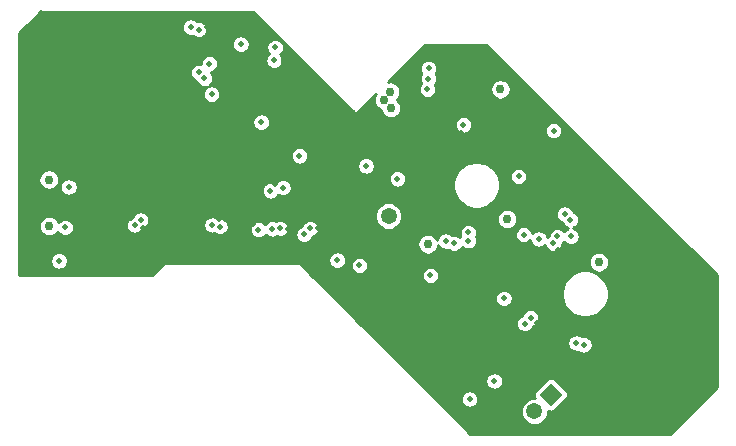
<source format=gbr>
G04 #@! TF.GenerationSoftware,KiCad,Pcbnew,5.1.2*
G04 #@! TF.CreationDate,2019-08-08T06:06:32-07:00*
G04 #@! TF.ProjectId,totoro,746f746f-726f-42e6-9b69-6361645f7063,rev?*
G04 #@! TF.SameCoordinates,Original*
G04 #@! TF.FileFunction,Copper,L2,Inr*
G04 #@! TF.FilePolarity,Positive*
%FSLAX46Y46*%
G04 Gerber Fmt 4.6, Leading zero omitted, Abs format (unit mm)*
G04 Created by KiCad (PCBNEW 5.1.2) date 2019-08-08 06:06:32*
%MOMM*%
%LPD*%
G04 APERTURE LIST*
%ADD10C,0.500000*%
%ADD11C,1.350000*%
%ADD12C,1.350000*%
%ADD13C,0.100000*%
%ADD14C,1.100000*%
%ADD15C,1.100000*%
%ADD16C,0.508000*%
%ADD17C,0.762000*%
%ADD18C,0.254000*%
G04 APERTURE END LIST*
D10*
X161431403Y-89970589D03*
X162265789Y-89136203D03*
X162265789Y-90804975D03*
X163100175Y-89970589D03*
D11*
X157633533Y-99016606D03*
D12*
X157633533Y-99016606D02*
X157633533Y-99016606D01*
D11*
X156219319Y-100430820D03*
D13*
G36*
X157173913Y-100430820D02*
G01*
X156219319Y-101385414D01*
X155264725Y-100430820D01*
X156219319Y-99476226D01*
X157173913Y-100430820D01*
X157173913Y-100430820D01*
G37*
D11*
X169971132Y-115548763D03*
D12*
X169971132Y-115548763D02*
X169971132Y-115548763D01*
D11*
X171385346Y-114134549D03*
D13*
G36*
X170430752Y-114134549D02*
G01*
X171385346Y-113179955D01*
X172339940Y-114134549D01*
X171385346Y-115089143D01*
X170430752Y-114134549D01*
X170430752Y-114134549D01*
G37*
D14*
X175013510Y-99822001D03*
D15*
X175154931Y-99680580D02*
X174872089Y-99963422D01*
D14*
X171591113Y-96399605D03*
D15*
X171732534Y-96258184D02*
X171449692Y-96541026D01*
D11*
X177354033Y-97919884D03*
D12*
X177477777Y-97796140D02*
X177230289Y-98043628D01*
D11*
X173493230Y-94059081D03*
D12*
X173616974Y-93935337D02*
X173369486Y-94182825D01*
D16*
X170318746Y-95837454D03*
X162901054Y-85222792D03*
X127590687Y-85761607D03*
X137774297Y-85851409D03*
X145335673Y-101063963D03*
X132655551Y-103578435D03*
X127770292Y-96825282D03*
X127770292Y-98800939D03*
X127770292Y-100058175D03*
X126872266Y-101674621D03*
X126692661Y-103650277D03*
X127860095Y-103021659D03*
X148245276Y-95388441D03*
X148065671Y-94490416D03*
X146628830Y-94310811D03*
X153902837Y-92245352D03*
X154980468Y-98351926D03*
X154351850Y-104907513D03*
X154800863Y-103919685D03*
X155339678Y-106434157D03*
X160278819Y-110475272D03*
X161266647Y-109307838D03*
X162434081Y-108140405D03*
X170695916Y-107781195D03*
X171935182Y-101872196D03*
X170965324Y-99788767D03*
X169079470Y-102213436D03*
X170157101Y-103291067D03*
X168899865Y-104548303D03*
X167822234Y-103470672D03*
X173210388Y-96286467D03*
X168450852Y-100327582D03*
X165936373Y-100866405D03*
X166385400Y-99878562D03*
X174467624Y-111552903D03*
X175365649Y-112810138D03*
X176802490Y-110654877D03*
X177700516Y-111373297D03*
X179483839Y-109394813D03*
X180049525Y-109960498D03*
X179307063Y-110702960D03*
X178741377Y-110137275D03*
X179765975Y-108409813D03*
X180740003Y-111369251D03*
X180484395Y-106972972D03*
X181651829Y-108140405D03*
X180753803Y-112091718D03*
X159867283Y-88883059D03*
X163798797Y-91966045D03*
X165509995Y-89788156D03*
X137119658Y-91874121D03*
X133032581Y-95961198D03*
X133060865Y-91888263D03*
X134029601Y-92856999D03*
X134171023Y-94822756D03*
X136165064Y-92828715D03*
X136523255Y-95197552D03*
X137035110Y-95807295D03*
X149946575Y-87235500D03*
X151686058Y-89003267D03*
X163622020Y-102098885D03*
X163473528Y-99164392D03*
X162087598Y-87638551D03*
X174271048Y-109085100D03*
X148009102Y-96272325D03*
X142229477Y-83023844D03*
X140718831Y-87200145D03*
X146142437Y-99714829D03*
X149100814Y-100127154D03*
X151671915Y-100070439D03*
X143236825Y-99269044D03*
X136815607Y-99997771D03*
X135852809Y-99183418D03*
X137971863Y-82564636D03*
X147544816Y-83767990D03*
X145928370Y-81936018D03*
X131631802Y-81900097D03*
X128219305Y-81864176D03*
X130733777Y-82798122D03*
X126513056Y-83606345D03*
X130428448Y-86048975D03*
X134200155Y-89820683D03*
X139642191Y-83013649D03*
X136103970Y-85905291D03*
X139426664Y-89156144D03*
X143490690Y-96548097D03*
X143611464Y-93771995D03*
X142821201Y-92478839D03*
X143018767Y-90377459D03*
X141294558Y-95729691D03*
X138150000Y-103275000D03*
X144800000Y-102800000D03*
X149304946Y-102526600D03*
X157490000Y-103890000D03*
X160690000Y-111910000D03*
X164730000Y-117270000D03*
X169654207Y-117300266D03*
X177161701Y-117264345D03*
X181400382Y-117300266D03*
X185208010Y-113456717D03*
X185261892Y-104135211D03*
X179496567Y-98333965D03*
X176159023Y-101639265D03*
X183088670Y-111265534D03*
X182585775Y-113456717D03*
X179316962Y-112953822D03*
X178365055Y-114516387D03*
X177594450Y-113087324D03*
X176443280Y-114211058D03*
X183250314Y-102123634D03*
X180465304Y-104913170D03*
X178239331Y-106200670D03*
X176317557Y-107799155D03*
X175150123Y-108894747D03*
X173354072Y-102033831D03*
X172222560Y-103883764D03*
X171773547Y-106380275D03*
X169025589Y-96986927D03*
X173563941Y-92397380D03*
X176299596Y-95136994D03*
X170228943Y-92909891D03*
X172330323Y-93358904D03*
X170028407Y-88890130D03*
X147733331Y-87186003D03*
X149304946Y-88796933D03*
X152286391Y-91814300D03*
X151298563Y-92083707D03*
X152465996Y-95873375D03*
X146682711Y-93035614D03*
X150310735Y-92820088D03*
X150310735Y-97920874D03*
X156758559Y-103183304D03*
X158806057Y-103758040D03*
X160925398Y-106272512D03*
X158099516Y-109106313D03*
X161769542Y-113187309D03*
X163493751Y-103919685D03*
X132579745Y-82700803D03*
X154427525Y-101060131D03*
X170173680Y-108044507D03*
X151639813Y-99054418D03*
X168307168Y-107224419D03*
X159614280Y-102482844D03*
X157816673Y-100606890D03*
X157800268Y-102572646D03*
X155555204Y-90521143D03*
X160171056Y-85402397D03*
X158417714Y-87702191D03*
X165828617Y-84881542D03*
X166026183Y-88204237D03*
X164625263Y-89461472D03*
X157153690Y-94526337D03*
X159577369Y-96908721D03*
X162613686Y-93771995D03*
X161697700Y-97669427D03*
X165990262Y-93520548D03*
X141411796Y-89929577D03*
X138540942Y-93663101D03*
X133845753Y-97919884D03*
X132162839Y-99956351D03*
X138265171Y-99963422D03*
X138286384Y-96477386D03*
X141044100Y-99984636D03*
X148772778Y-85891997D03*
X146785808Y-89689161D03*
X146729239Y-101412991D03*
X152138606Y-101632194D03*
X158870262Y-106143536D03*
X164237203Y-110647806D03*
X170000123Y-109594217D03*
X171442621Y-112564065D03*
X172029520Y-110265968D03*
X171287058Y-115774330D03*
X173238672Y-113822715D03*
X160192552Y-99206818D03*
X153694241Y-90855887D03*
X142461991Y-86120817D03*
D17*
X128847923Y-95927257D03*
D16*
X130554171Y-96555875D03*
D17*
X128887398Y-99878570D03*
D16*
X129717231Y-102810574D03*
X166564998Y-112989743D03*
X164499540Y-114516387D03*
X173066704Y-100740674D03*
X168630457Y-95657849D03*
X171593942Y-91796339D03*
X160919341Y-88276156D03*
D17*
X157809602Y-89880080D03*
X157760105Y-88487079D03*
X157258059Y-89201257D03*
D16*
X163963532Y-91292471D03*
X158368217Y-95869274D03*
X155721782Y-94773259D03*
X162462365Y-101137220D03*
X164378624Y-100408900D03*
X161012796Y-86507180D03*
X173504734Y-109773952D03*
X147613122Y-96880437D03*
X147782828Y-100104844D03*
X150462763Y-100578605D03*
X140888537Y-83028215D03*
X142041121Y-87362780D03*
X142698234Y-99774522D03*
X136630190Y-99355426D03*
X169157168Y-108134562D03*
X170343266Y-100956712D03*
D17*
X167666671Y-99284600D03*
X175437491Y-102931857D03*
D16*
X130248843Y-99986333D03*
X153274219Y-102752252D03*
X169058562Y-100586103D03*
D17*
X167100985Y-88296160D03*
X160940111Y-101412165D03*
D16*
X146844356Y-91077919D03*
X141546005Y-86857198D03*
X150993234Y-100070439D03*
X155160073Y-103201264D03*
X136127658Y-99783918D03*
X142641596Y-88707131D03*
X148020417Y-84735170D03*
X164361423Y-101110727D03*
X171917231Y-100740674D03*
X173016141Y-99330904D03*
X172552072Y-98861043D03*
X171585714Y-101311837D03*
X167391189Y-105985137D03*
X145120147Y-84468450D03*
X147933839Y-85840236D03*
X163191146Y-101335999D03*
X169651369Y-107640361D03*
X148694996Y-96618807D03*
X161005725Y-87391064D03*
X148442842Y-100070439D03*
X161173302Y-104048951D03*
X143342198Y-99920996D03*
X141552698Y-83229175D03*
X174162295Y-109918496D03*
X146612845Y-100178359D03*
X150077248Y-93915679D03*
D18*
G36*
X154438725Y-90033423D02*
G01*
X154454751Y-90052951D01*
X154474279Y-90068977D01*
X154474284Y-90068982D01*
X154532712Y-90116932D01*
X154621659Y-90164476D01*
X154715712Y-90193006D01*
X154715194Y-90194715D01*
X154712754Y-90219491D01*
X154715194Y-90244267D01*
X154722421Y-90268092D01*
X154734157Y-90290048D01*
X154749951Y-90309294D01*
X154769197Y-90325088D01*
X154791153Y-90336824D01*
X154814978Y-90344051D01*
X154839754Y-90346491D01*
X154864530Y-90344051D01*
X154888355Y-90336824D01*
X154910311Y-90325088D01*
X154929557Y-90309294D01*
X156569596Y-88669255D01*
X156488847Y-88790105D01*
X156423416Y-88948071D01*
X156390059Y-89115766D01*
X156390059Y-89286748D01*
X156423416Y-89454443D01*
X156488847Y-89612409D01*
X156583839Y-89754575D01*
X156704741Y-89875477D01*
X156846907Y-89970469D01*
X156951166Y-90013654D01*
X156974959Y-90133266D01*
X157040390Y-90291232D01*
X157135382Y-90433398D01*
X157256284Y-90554300D01*
X157398450Y-90649292D01*
X157556416Y-90714723D01*
X157724111Y-90748080D01*
X157895093Y-90748080D01*
X158062788Y-90714723D01*
X158220754Y-90649292D01*
X158362920Y-90554300D01*
X158483822Y-90433398D01*
X158578814Y-90291232D01*
X158644245Y-90133266D01*
X158677602Y-89965571D01*
X158677602Y-89794589D01*
X158644245Y-89626894D01*
X158578814Y-89468928D01*
X158483822Y-89326762D01*
X158362920Y-89205860D01*
X158304826Y-89167043D01*
X158313423Y-89161299D01*
X158434325Y-89040397D01*
X158529317Y-88898231D01*
X158594748Y-88740265D01*
X158628105Y-88572570D01*
X158628105Y-88401588D01*
X158594748Y-88233893D01*
X158582024Y-88203174D01*
X160178341Y-88203174D01*
X160178341Y-88349138D01*
X160206818Y-88492298D01*
X160262676Y-88627151D01*
X160343769Y-88748516D01*
X160446981Y-88851728D01*
X160568346Y-88932821D01*
X160703199Y-88988679D01*
X160846359Y-89017156D01*
X160992323Y-89017156D01*
X161135483Y-88988679D01*
X161270336Y-88932821D01*
X161391701Y-88851728D01*
X161494913Y-88748516D01*
X161576006Y-88627151D01*
X161631864Y-88492298D01*
X161660341Y-88349138D01*
X161660341Y-88210669D01*
X166232985Y-88210669D01*
X166232985Y-88381651D01*
X166266342Y-88549346D01*
X166331773Y-88707312D01*
X166426765Y-88849478D01*
X166547667Y-88970380D01*
X166689833Y-89065372D01*
X166847799Y-89130803D01*
X167015494Y-89164160D01*
X167186476Y-89164160D01*
X167354171Y-89130803D01*
X167512137Y-89065372D01*
X167654303Y-88970380D01*
X167775205Y-88849478D01*
X167870197Y-88707312D01*
X167935628Y-88549346D01*
X167968985Y-88381651D01*
X167968985Y-88210669D01*
X167935628Y-88042974D01*
X167870197Y-87885008D01*
X167775205Y-87742842D01*
X167654303Y-87621940D01*
X167512137Y-87526948D01*
X167354171Y-87461517D01*
X167186476Y-87428160D01*
X167015494Y-87428160D01*
X166847799Y-87461517D01*
X166689833Y-87526948D01*
X166547667Y-87621940D01*
X166426765Y-87742842D01*
X166331773Y-87885008D01*
X166266342Y-88042974D01*
X166232985Y-88210669D01*
X161660341Y-88210669D01*
X161660341Y-88203174D01*
X161631864Y-88060014D01*
X161576006Y-87925161D01*
X161553397Y-87891324D01*
X161581297Y-87863424D01*
X161662390Y-87742059D01*
X161718248Y-87607206D01*
X161746725Y-87464046D01*
X161746725Y-87318082D01*
X161718248Y-87174922D01*
X161662390Y-87040069D01*
X161605157Y-86954413D01*
X161669461Y-86858175D01*
X161725319Y-86723322D01*
X161753796Y-86580162D01*
X161753796Y-86434198D01*
X161725319Y-86291038D01*
X161669461Y-86156185D01*
X161588368Y-86034820D01*
X161485156Y-85931608D01*
X161363791Y-85850515D01*
X161228938Y-85794657D01*
X161085778Y-85766180D01*
X160939814Y-85766180D01*
X160796654Y-85794657D01*
X160661801Y-85850515D01*
X160540436Y-85931608D01*
X160437224Y-86034820D01*
X160356131Y-86156185D01*
X160300273Y-86291038D01*
X160271796Y-86434198D01*
X160271796Y-86580162D01*
X160300273Y-86723322D01*
X160356131Y-86858175D01*
X160413364Y-86943831D01*
X160349060Y-87040069D01*
X160293202Y-87174922D01*
X160264725Y-87318082D01*
X160264725Y-87464046D01*
X160293202Y-87607206D01*
X160349060Y-87742059D01*
X160371669Y-87775896D01*
X160343769Y-87803796D01*
X160262676Y-87925161D01*
X160206818Y-88060014D01*
X160178341Y-88203174D01*
X158582024Y-88203174D01*
X158529317Y-88075927D01*
X158434325Y-87933761D01*
X158313423Y-87812859D01*
X158171257Y-87717867D01*
X158013291Y-87652436D01*
X157845596Y-87619079D01*
X157674614Y-87619079D01*
X157606154Y-87632697D01*
X160694544Y-84544307D01*
X165913100Y-84544307D01*
X185419239Y-104050446D01*
X185419240Y-113511641D01*
X181478587Y-117452294D01*
X181474179Y-117457666D01*
X178994028Y-117461432D01*
X164541038Y-117461432D01*
X162628369Y-115548763D01*
X168803510Y-115548763D01*
X168825946Y-115776555D01*
X168892390Y-115995593D01*
X169000290Y-116197459D01*
X169145499Y-116374396D01*
X169322436Y-116519605D01*
X169524302Y-116627505D01*
X169743340Y-116693949D01*
X169914052Y-116710763D01*
X170028212Y-116710763D01*
X170198924Y-116693949D01*
X170417962Y-116627505D01*
X170619828Y-116519605D01*
X170796765Y-116374396D01*
X170941974Y-116197459D01*
X171049874Y-115995593D01*
X171116318Y-115776555D01*
X171138754Y-115548763D01*
X171134676Y-115507361D01*
X171198078Y-115541249D01*
X171289877Y-115569096D01*
X171385346Y-115578499D01*
X171480815Y-115569096D01*
X171572614Y-115541249D01*
X171657218Y-115496028D01*
X171731373Y-115435170D01*
X172685967Y-114480576D01*
X172746825Y-114406421D01*
X172792046Y-114321817D01*
X172819893Y-114230018D01*
X172829296Y-114134549D01*
X172819893Y-114039080D01*
X172792046Y-113947281D01*
X172746825Y-113862677D01*
X172685967Y-113788522D01*
X171731373Y-112833928D01*
X171657218Y-112773070D01*
X171572614Y-112727849D01*
X171480815Y-112700002D01*
X171385346Y-112690599D01*
X171289877Y-112700002D01*
X171198078Y-112727849D01*
X171113474Y-112773070D01*
X171039319Y-112833928D01*
X170084725Y-113788522D01*
X170023867Y-113862677D01*
X169978646Y-113947281D01*
X169950799Y-114039080D01*
X169941396Y-114134549D01*
X169950799Y-114230018D01*
X169978646Y-114321817D01*
X170013360Y-114386763D01*
X169914052Y-114386763D01*
X169743340Y-114403577D01*
X169524302Y-114470021D01*
X169322436Y-114577921D01*
X169145499Y-114723130D01*
X169000290Y-114900067D01*
X168892390Y-115101933D01*
X168825946Y-115320971D01*
X168803510Y-115548763D01*
X162628369Y-115548763D01*
X161523011Y-114443405D01*
X163758540Y-114443405D01*
X163758540Y-114589369D01*
X163787017Y-114732529D01*
X163842875Y-114867382D01*
X163923968Y-114988747D01*
X164027180Y-115091959D01*
X164148545Y-115173052D01*
X164283398Y-115228910D01*
X164426558Y-115257387D01*
X164572522Y-115257387D01*
X164715682Y-115228910D01*
X164850535Y-115173052D01*
X164971900Y-115091959D01*
X165075112Y-114988747D01*
X165156205Y-114867382D01*
X165212063Y-114732529D01*
X165240540Y-114589369D01*
X165240540Y-114443405D01*
X165212063Y-114300245D01*
X165156205Y-114165392D01*
X165075112Y-114044027D01*
X164971900Y-113940815D01*
X164850535Y-113859722D01*
X164715682Y-113803864D01*
X164572522Y-113775387D01*
X164426558Y-113775387D01*
X164283398Y-113803864D01*
X164148545Y-113859722D01*
X164027180Y-113940815D01*
X163923968Y-114044027D01*
X163842875Y-114165392D01*
X163787017Y-114300245D01*
X163758540Y-114443405D01*
X161523011Y-114443405D01*
X159996367Y-112916761D01*
X165823998Y-112916761D01*
X165823998Y-113062725D01*
X165852475Y-113205885D01*
X165908333Y-113340738D01*
X165989426Y-113462103D01*
X166092638Y-113565315D01*
X166214003Y-113646408D01*
X166348856Y-113702266D01*
X166492016Y-113730743D01*
X166637980Y-113730743D01*
X166781140Y-113702266D01*
X166915993Y-113646408D01*
X167037358Y-113565315D01*
X167140570Y-113462103D01*
X167221663Y-113340738D01*
X167277521Y-113205885D01*
X167305998Y-113062725D01*
X167305998Y-112916761D01*
X167277521Y-112773601D01*
X167221663Y-112638748D01*
X167140570Y-112517383D01*
X167037358Y-112414171D01*
X166915993Y-112333078D01*
X166781140Y-112277220D01*
X166637980Y-112248743D01*
X166492016Y-112248743D01*
X166348856Y-112277220D01*
X166214003Y-112333078D01*
X166092638Y-112414171D01*
X165989426Y-112517383D01*
X165908333Y-112638748D01*
X165852475Y-112773601D01*
X165823998Y-112916761D01*
X159996367Y-112916761D01*
X156780576Y-109700970D01*
X172763734Y-109700970D01*
X172763734Y-109846934D01*
X172792211Y-109990094D01*
X172848069Y-110124947D01*
X172929162Y-110246312D01*
X173032374Y-110349524D01*
X173153739Y-110430617D01*
X173288592Y-110486475D01*
X173431752Y-110514952D01*
X173577716Y-110514952D01*
X173688735Y-110492868D01*
X173689935Y-110494068D01*
X173811300Y-110575161D01*
X173946153Y-110631019D01*
X174089313Y-110659496D01*
X174235277Y-110659496D01*
X174378437Y-110631019D01*
X174513290Y-110575161D01*
X174634655Y-110494068D01*
X174737867Y-110390856D01*
X174818960Y-110269491D01*
X174874818Y-110134638D01*
X174903295Y-109991478D01*
X174903295Y-109845514D01*
X174874818Y-109702354D01*
X174818960Y-109567501D01*
X174737867Y-109446136D01*
X174634655Y-109342924D01*
X174513290Y-109261831D01*
X174378437Y-109205973D01*
X174235277Y-109177496D01*
X174089313Y-109177496D01*
X173978294Y-109199580D01*
X173977094Y-109198380D01*
X173855729Y-109117287D01*
X173720876Y-109061429D01*
X173577716Y-109032952D01*
X173431752Y-109032952D01*
X173288592Y-109061429D01*
X173153739Y-109117287D01*
X173032374Y-109198380D01*
X172929162Y-109301592D01*
X172848069Y-109422957D01*
X172792211Y-109557810D01*
X172763734Y-109700970D01*
X156780576Y-109700970D01*
X155141186Y-108061580D01*
X168416168Y-108061580D01*
X168416168Y-108207544D01*
X168444645Y-108350704D01*
X168500503Y-108485557D01*
X168581596Y-108606922D01*
X168684808Y-108710134D01*
X168806173Y-108791227D01*
X168941026Y-108847085D01*
X169084186Y-108875562D01*
X169230150Y-108875562D01*
X169373310Y-108847085D01*
X169508163Y-108791227D01*
X169629528Y-108710134D01*
X169732740Y-108606922D01*
X169813833Y-108485557D01*
X169869052Y-108352245D01*
X170002364Y-108297026D01*
X170123729Y-108215933D01*
X170226941Y-108112721D01*
X170308034Y-107991356D01*
X170363892Y-107856503D01*
X170392369Y-107713343D01*
X170392369Y-107567379D01*
X170363892Y-107424219D01*
X170308034Y-107289366D01*
X170226941Y-107168001D01*
X170123729Y-107064789D01*
X170002364Y-106983696D01*
X169867511Y-106927838D01*
X169724351Y-106899361D01*
X169578387Y-106899361D01*
X169435227Y-106927838D01*
X169300374Y-106983696D01*
X169179009Y-107064789D01*
X169075797Y-107168001D01*
X168994704Y-107289366D01*
X168939485Y-107422678D01*
X168806173Y-107477897D01*
X168684808Y-107558990D01*
X168581596Y-107662202D01*
X168500503Y-107783567D01*
X168444645Y-107918420D01*
X168416168Y-108061580D01*
X155141186Y-108061580D01*
X152991761Y-105912155D01*
X166650189Y-105912155D01*
X166650189Y-106058119D01*
X166678666Y-106201279D01*
X166734524Y-106336132D01*
X166815617Y-106457497D01*
X166918829Y-106560709D01*
X167040194Y-106641802D01*
X167175047Y-106697660D01*
X167318207Y-106726137D01*
X167464171Y-106726137D01*
X167607331Y-106697660D01*
X167742184Y-106641802D01*
X167863549Y-106560709D01*
X167966761Y-106457497D01*
X168047854Y-106336132D01*
X168103712Y-106201279D01*
X168132189Y-106058119D01*
X168132189Y-105912155D01*
X168103712Y-105768995D01*
X168047854Y-105634142D01*
X167966761Y-105512777D01*
X167863549Y-105409565D01*
X167854265Y-105403361D01*
X172276977Y-105403361D01*
X172276977Y-105794765D01*
X172353337Y-106178649D01*
X172503121Y-106540260D01*
X172720574Y-106865702D01*
X172997338Y-107142466D01*
X173322780Y-107359919D01*
X173684391Y-107509703D01*
X174068275Y-107586063D01*
X174459679Y-107586063D01*
X174843563Y-107509703D01*
X175205174Y-107359919D01*
X175530616Y-107142466D01*
X175807380Y-106865702D01*
X176024833Y-106540260D01*
X176174617Y-106178649D01*
X176250977Y-105794765D01*
X176250977Y-105403361D01*
X176174617Y-105019477D01*
X176024833Y-104657866D01*
X175807380Y-104332424D01*
X175530616Y-104055660D01*
X175205174Y-103838207D01*
X174843563Y-103688423D01*
X174459679Y-103612063D01*
X174068275Y-103612063D01*
X173684391Y-103688423D01*
X173322780Y-103838207D01*
X172997338Y-104055660D01*
X172720574Y-104332424D01*
X172503121Y-104657866D01*
X172353337Y-105019477D01*
X172276977Y-105403361D01*
X167854265Y-105403361D01*
X167742184Y-105328472D01*
X167607331Y-105272614D01*
X167464171Y-105244137D01*
X167318207Y-105244137D01*
X167175047Y-105272614D01*
X167040194Y-105328472D01*
X166918829Y-105409565D01*
X166815617Y-105512777D01*
X166734524Y-105634142D01*
X166678666Y-105768995D01*
X166650189Y-105912155D01*
X152991761Y-105912155D01*
X151055575Y-103975969D01*
X160432302Y-103975969D01*
X160432302Y-104121933D01*
X160460779Y-104265093D01*
X160516637Y-104399946D01*
X160597730Y-104521311D01*
X160700942Y-104624523D01*
X160822307Y-104705616D01*
X160957160Y-104761474D01*
X161100320Y-104789951D01*
X161246284Y-104789951D01*
X161389444Y-104761474D01*
X161524297Y-104705616D01*
X161645662Y-104624523D01*
X161748874Y-104521311D01*
X161829967Y-104399946D01*
X161885825Y-104265093D01*
X161914302Y-104121933D01*
X161914302Y-103975969D01*
X161885825Y-103832809D01*
X161829967Y-103697956D01*
X161748874Y-103576591D01*
X161645662Y-103473379D01*
X161524297Y-103392286D01*
X161389444Y-103336428D01*
X161246284Y-103307951D01*
X161100320Y-103307951D01*
X160957160Y-103336428D01*
X160822307Y-103392286D01*
X160700942Y-103473379D01*
X160597730Y-103576591D01*
X160516637Y-103697956D01*
X160460779Y-103832809D01*
X160432302Y-103975969D01*
X151055575Y-103975969D01*
X150089803Y-103010197D01*
X150070674Y-102994482D01*
X150048731Y-102982721D01*
X150024914Y-102975468D01*
X150000141Y-102973000D01*
X138715141Y-102960500D01*
X138688223Y-102963355D01*
X138664518Y-102970964D01*
X138642753Y-102983052D01*
X138623764Y-102999154D01*
X137629052Y-104026403D01*
X126368942Y-104026403D01*
X126364410Y-104022684D01*
X126342454Y-104010948D01*
X126339163Y-104009950D01*
X126339163Y-102737592D01*
X128976231Y-102737592D01*
X128976231Y-102883556D01*
X129004708Y-103026716D01*
X129060566Y-103161569D01*
X129141659Y-103282934D01*
X129244871Y-103386146D01*
X129366236Y-103467239D01*
X129501089Y-103523097D01*
X129644249Y-103551574D01*
X129790213Y-103551574D01*
X129933373Y-103523097D01*
X130068226Y-103467239D01*
X130189591Y-103386146D01*
X130292803Y-103282934D01*
X130373896Y-103161569D01*
X130429754Y-103026716D01*
X130458231Y-102883556D01*
X130458231Y-102737592D01*
X130446630Y-102679270D01*
X152533219Y-102679270D01*
X152533219Y-102825234D01*
X152561696Y-102968394D01*
X152617554Y-103103247D01*
X152698647Y-103224612D01*
X152801859Y-103327824D01*
X152923224Y-103408917D01*
X153058077Y-103464775D01*
X153201237Y-103493252D01*
X153347201Y-103493252D01*
X153490361Y-103464775D01*
X153625214Y-103408917D01*
X153746579Y-103327824D01*
X153849791Y-103224612D01*
X153914156Y-103128282D01*
X154419073Y-103128282D01*
X154419073Y-103274246D01*
X154447550Y-103417406D01*
X154503408Y-103552259D01*
X154584501Y-103673624D01*
X154687713Y-103776836D01*
X154809078Y-103857929D01*
X154943931Y-103913787D01*
X155087091Y-103942264D01*
X155233055Y-103942264D01*
X155376215Y-103913787D01*
X155511068Y-103857929D01*
X155632433Y-103776836D01*
X155735645Y-103673624D01*
X155816738Y-103552259D01*
X155872596Y-103417406D01*
X155901073Y-103274246D01*
X155901073Y-103128282D01*
X155872596Y-102985122D01*
X155816738Y-102850269D01*
X155814131Y-102846366D01*
X174569491Y-102846366D01*
X174569491Y-103017348D01*
X174602848Y-103185043D01*
X174668279Y-103343009D01*
X174763271Y-103485175D01*
X174884173Y-103606077D01*
X175026339Y-103701069D01*
X175184305Y-103766500D01*
X175352000Y-103799857D01*
X175522982Y-103799857D01*
X175690677Y-103766500D01*
X175848643Y-103701069D01*
X175990809Y-103606077D01*
X176111711Y-103485175D01*
X176206703Y-103343009D01*
X176272134Y-103185043D01*
X176305491Y-103017348D01*
X176305491Y-102846366D01*
X176272134Y-102678671D01*
X176206703Y-102520705D01*
X176111711Y-102378539D01*
X175990809Y-102257637D01*
X175848643Y-102162645D01*
X175690677Y-102097214D01*
X175522982Y-102063857D01*
X175352000Y-102063857D01*
X175184305Y-102097214D01*
X175026339Y-102162645D01*
X174884173Y-102257637D01*
X174763271Y-102378539D01*
X174668279Y-102520705D01*
X174602848Y-102678671D01*
X174569491Y-102846366D01*
X155814131Y-102846366D01*
X155735645Y-102728904D01*
X155632433Y-102625692D01*
X155511068Y-102544599D01*
X155376215Y-102488741D01*
X155233055Y-102460264D01*
X155087091Y-102460264D01*
X154943931Y-102488741D01*
X154809078Y-102544599D01*
X154687713Y-102625692D01*
X154584501Y-102728904D01*
X154503408Y-102850269D01*
X154447550Y-102985122D01*
X154419073Y-103128282D01*
X153914156Y-103128282D01*
X153930884Y-103103247D01*
X153986742Y-102968394D01*
X154015219Y-102825234D01*
X154015219Y-102679270D01*
X153986742Y-102536110D01*
X153930884Y-102401257D01*
X153849791Y-102279892D01*
X153746579Y-102176680D01*
X153625214Y-102095587D01*
X153490361Y-102039729D01*
X153347201Y-102011252D01*
X153201237Y-102011252D01*
X153058077Y-102039729D01*
X152923224Y-102095587D01*
X152801859Y-102176680D01*
X152698647Y-102279892D01*
X152617554Y-102401257D01*
X152561696Y-102536110D01*
X152533219Y-102679270D01*
X130446630Y-102679270D01*
X130429754Y-102594432D01*
X130373896Y-102459579D01*
X130292803Y-102338214D01*
X130189591Y-102235002D01*
X130068226Y-102153909D01*
X129933373Y-102098051D01*
X129790213Y-102069574D01*
X129644249Y-102069574D01*
X129501089Y-102098051D01*
X129366236Y-102153909D01*
X129244871Y-102235002D01*
X129141659Y-102338214D01*
X129060566Y-102459579D01*
X129004708Y-102594432D01*
X128976231Y-102737592D01*
X126339163Y-102737592D01*
X126339163Y-101326674D01*
X160072111Y-101326674D01*
X160072111Y-101497656D01*
X160105468Y-101665351D01*
X160170899Y-101823317D01*
X160265891Y-101965483D01*
X160386793Y-102086385D01*
X160528959Y-102181377D01*
X160686925Y-102246808D01*
X160854620Y-102280165D01*
X161025602Y-102280165D01*
X161193297Y-102246808D01*
X161351263Y-102181377D01*
X161493429Y-102086385D01*
X161614331Y-101965483D01*
X161709323Y-101823317D01*
X161774754Y-101665351D01*
X161808111Y-101497656D01*
X161808111Y-101491823D01*
X161886793Y-101609580D01*
X161990005Y-101712792D01*
X162111370Y-101793885D01*
X162246223Y-101849743D01*
X162389383Y-101878220D01*
X162535347Y-101878220D01*
X162660533Y-101853318D01*
X162718786Y-101911571D01*
X162840151Y-101992664D01*
X162975004Y-102048522D01*
X163118164Y-102076999D01*
X163264128Y-102076999D01*
X163407288Y-102048522D01*
X163542141Y-101992664D01*
X163663506Y-101911571D01*
X163766718Y-101808359D01*
X163847811Y-101686994D01*
X163860097Y-101657333D01*
X163889063Y-101686299D01*
X164010428Y-101767392D01*
X164145281Y-101823250D01*
X164288441Y-101851727D01*
X164434405Y-101851727D01*
X164577565Y-101823250D01*
X164712418Y-101767392D01*
X164833783Y-101686299D01*
X164936995Y-101583087D01*
X165018088Y-101461722D01*
X165073946Y-101326869D01*
X165102423Y-101183709D01*
X165102423Y-101037745D01*
X165073946Y-100894585D01*
X165024712Y-100775724D01*
X165035289Y-100759895D01*
X165091147Y-100625042D01*
X165113410Y-100513121D01*
X168317562Y-100513121D01*
X168317562Y-100659085D01*
X168346039Y-100802245D01*
X168401897Y-100937098D01*
X168482990Y-101058463D01*
X168586202Y-101161675D01*
X168707567Y-101242768D01*
X168842420Y-101298626D01*
X168985580Y-101327103D01*
X169131544Y-101327103D01*
X169274704Y-101298626D01*
X169409557Y-101242768D01*
X169530922Y-101161675D01*
X169612327Y-101080270D01*
X169630743Y-101172854D01*
X169686601Y-101307707D01*
X169767694Y-101429072D01*
X169870906Y-101532284D01*
X169992271Y-101613377D01*
X170127124Y-101669235D01*
X170270284Y-101697712D01*
X170416248Y-101697712D01*
X170559408Y-101669235D01*
X170694261Y-101613377D01*
X170815626Y-101532284D01*
X170864354Y-101483556D01*
X170873191Y-101527979D01*
X170929049Y-101662832D01*
X171010142Y-101784197D01*
X171113354Y-101887409D01*
X171234719Y-101968502D01*
X171369572Y-102024360D01*
X171512732Y-102052837D01*
X171658696Y-102052837D01*
X171801856Y-102024360D01*
X171936709Y-101968502D01*
X172058074Y-101887409D01*
X172161286Y-101784197D01*
X172242379Y-101662832D01*
X172298237Y-101527979D01*
X172326714Y-101384819D01*
X172326714Y-101358259D01*
X172389591Y-101316246D01*
X172491968Y-101213870D01*
X172594344Y-101316246D01*
X172715709Y-101397339D01*
X172850562Y-101453197D01*
X172993722Y-101481674D01*
X173139686Y-101481674D01*
X173282846Y-101453197D01*
X173417699Y-101397339D01*
X173539064Y-101316246D01*
X173642276Y-101213034D01*
X173723369Y-101091669D01*
X173779227Y-100956816D01*
X173807704Y-100813656D01*
X173807704Y-100667692D01*
X173779227Y-100524532D01*
X173723369Y-100389679D01*
X173642276Y-100268314D01*
X173539064Y-100165102D01*
X173417699Y-100084009D01*
X173282846Y-100028151D01*
X173273602Y-100026312D01*
X173367136Y-99987569D01*
X173488501Y-99906476D01*
X173591713Y-99803264D01*
X173672806Y-99681899D01*
X173728664Y-99547046D01*
X173757141Y-99403886D01*
X173757141Y-99257922D01*
X173728664Y-99114762D01*
X173672806Y-98979909D01*
X173591713Y-98858544D01*
X173488501Y-98755332D01*
X173367136Y-98674239D01*
X173258027Y-98629045D01*
X173208737Y-98510048D01*
X173127644Y-98388683D01*
X173024432Y-98285471D01*
X172903067Y-98204378D01*
X172768214Y-98148520D01*
X172625054Y-98120043D01*
X172479090Y-98120043D01*
X172335930Y-98148520D01*
X172201077Y-98204378D01*
X172079712Y-98285471D01*
X171976500Y-98388683D01*
X171895407Y-98510048D01*
X171839549Y-98644901D01*
X171811072Y-98788061D01*
X171811072Y-98934025D01*
X171839549Y-99077185D01*
X171895407Y-99212038D01*
X171976500Y-99333403D01*
X172079712Y-99436615D01*
X172201077Y-99517708D01*
X172310186Y-99562902D01*
X172359476Y-99681899D01*
X172440569Y-99803264D01*
X172543781Y-99906476D01*
X172665146Y-99987569D01*
X172799999Y-100043427D01*
X172809243Y-100045266D01*
X172715709Y-100084009D01*
X172594344Y-100165102D01*
X172491968Y-100267479D01*
X172389591Y-100165102D01*
X172268226Y-100084009D01*
X172133373Y-100028151D01*
X171990213Y-99999674D01*
X171844249Y-99999674D01*
X171701089Y-100028151D01*
X171566236Y-100084009D01*
X171444871Y-100165102D01*
X171341659Y-100268314D01*
X171260566Y-100389679D01*
X171204708Y-100524532D01*
X171176231Y-100667692D01*
X171176231Y-100694252D01*
X171113354Y-100736265D01*
X171064626Y-100784993D01*
X171055789Y-100740570D01*
X170999931Y-100605717D01*
X170918838Y-100484352D01*
X170815626Y-100381140D01*
X170694261Y-100300047D01*
X170559408Y-100244189D01*
X170416248Y-100215712D01*
X170270284Y-100215712D01*
X170127124Y-100244189D01*
X169992271Y-100300047D01*
X169870906Y-100381140D01*
X169789501Y-100462545D01*
X169771085Y-100369961D01*
X169715227Y-100235108D01*
X169634134Y-100113743D01*
X169530922Y-100010531D01*
X169409557Y-99929438D01*
X169274704Y-99873580D01*
X169131544Y-99845103D01*
X168985580Y-99845103D01*
X168842420Y-99873580D01*
X168707567Y-99929438D01*
X168586202Y-100010531D01*
X168482990Y-100113743D01*
X168401897Y-100235108D01*
X168346039Y-100369961D01*
X168317562Y-100513121D01*
X165113410Y-100513121D01*
X165119624Y-100481882D01*
X165119624Y-100335918D01*
X165091147Y-100192758D01*
X165035289Y-100057905D01*
X164954196Y-99936540D01*
X164850984Y-99833328D01*
X164729619Y-99752235D01*
X164594766Y-99696377D01*
X164451606Y-99667900D01*
X164305642Y-99667900D01*
X164162482Y-99696377D01*
X164027629Y-99752235D01*
X163906264Y-99833328D01*
X163803052Y-99936540D01*
X163721959Y-100057905D01*
X163666101Y-100192758D01*
X163637624Y-100335918D01*
X163637624Y-100481882D01*
X163666101Y-100625042D01*
X163715335Y-100743903D01*
X163704758Y-100759732D01*
X163692472Y-100789393D01*
X163663506Y-100760427D01*
X163542141Y-100679334D01*
X163407288Y-100623476D01*
X163264128Y-100594999D01*
X163118164Y-100594999D01*
X162992978Y-100619901D01*
X162934725Y-100561648D01*
X162813360Y-100480555D01*
X162678507Y-100424697D01*
X162535347Y-100396220D01*
X162389383Y-100396220D01*
X162246223Y-100424697D01*
X162111370Y-100480555D01*
X161990005Y-100561648D01*
X161886793Y-100664860D01*
X161805700Y-100786225D01*
X161749842Y-100921078D01*
X161725955Y-101041165D01*
X161709323Y-101001013D01*
X161614331Y-100858847D01*
X161493429Y-100737945D01*
X161351263Y-100642953D01*
X161193297Y-100577522D01*
X161025602Y-100544165D01*
X160854620Y-100544165D01*
X160686925Y-100577522D01*
X160528959Y-100642953D01*
X160386793Y-100737945D01*
X160265891Y-100858847D01*
X160170899Y-101001013D01*
X160105468Y-101158979D01*
X160072111Y-101326674D01*
X126339163Y-101326674D01*
X126339163Y-99793079D01*
X128019398Y-99793079D01*
X128019398Y-99964061D01*
X128052755Y-100131756D01*
X128118186Y-100289722D01*
X128213178Y-100431888D01*
X128334080Y-100552790D01*
X128476246Y-100647782D01*
X128634212Y-100713213D01*
X128801907Y-100746570D01*
X128972889Y-100746570D01*
X129140584Y-100713213D01*
X129298550Y-100647782D01*
X129440716Y-100552790D01*
X129561618Y-100431888D01*
X129608489Y-100361740D01*
X129673271Y-100458693D01*
X129776483Y-100561905D01*
X129897848Y-100642998D01*
X130032701Y-100698856D01*
X130175861Y-100727333D01*
X130321825Y-100727333D01*
X130464985Y-100698856D01*
X130599838Y-100642998D01*
X130721203Y-100561905D01*
X130824415Y-100458693D01*
X130905508Y-100337328D01*
X130961366Y-100202475D01*
X130989843Y-100059315D01*
X130989843Y-99913351D01*
X130961366Y-99770191D01*
X130936822Y-99710936D01*
X135386658Y-99710936D01*
X135386658Y-99856900D01*
X135415135Y-100000060D01*
X135470993Y-100134913D01*
X135552086Y-100256278D01*
X135655298Y-100359490D01*
X135776663Y-100440583D01*
X135911516Y-100496441D01*
X136054676Y-100524918D01*
X136200640Y-100524918D01*
X136343800Y-100496441D01*
X136478653Y-100440583D01*
X136600018Y-100359490D01*
X136703230Y-100256278D01*
X136784323Y-100134913D01*
X136808983Y-100075378D01*
X136846332Y-100067949D01*
X136981185Y-100012091D01*
X137102550Y-99930998D01*
X137205762Y-99827786D01*
X137286855Y-99706421D01*
X137288876Y-99701540D01*
X141957234Y-99701540D01*
X141957234Y-99847504D01*
X141985711Y-99990664D01*
X142041569Y-100125517D01*
X142122662Y-100246882D01*
X142225874Y-100350094D01*
X142347239Y-100431187D01*
X142482092Y-100487045D01*
X142625252Y-100515522D01*
X142771216Y-100515522D01*
X142869284Y-100496014D01*
X142869838Y-100496568D01*
X142991203Y-100577661D01*
X143126056Y-100633519D01*
X143269216Y-100661996D01*
X143415180Y-100661996D01*
X143558340Y-100633519D01*
X143693193Y-100577661D01*
X143814558Y-100496568D01*
X143917770Y-100393356D01*
X143998863Y-100271991D01*
X144054721Y-100137138D01*
X144061038Y-100105377D01*
X145871845Y-100105377D01*
X145871845Y-100251341D01*
X145900322Y-100394501D01*
X145956180Y-100529354D01*
X146037273Y-100650719D01*
X146140485Y-100753931D01*
X146261850Y-100835024D01*
X146396703Y-100890882D01*
X146539863Y-100919359D01*
X146685827Y-100919359D01*
X146828987Y-100890882D01*
X146963840Y-100835024D01*
X147085205Y-100753931D01*
X147188417Y-100650719D01*
X147225409Y-100595357D01*
X147310468Y-100680416D01*
X147431833Y-100761509D01*
X147566686Y-100817367D01*
X147709846Y-100845844D01*
X147855810Y-100845844D01*
X147998970Y-100817367D01*
X148133823Y-100761509D01*
X148149546Y-100751004D01*
X148226700Y-100782962D01*
X148369860Y-100811439D01*
X148515824Y-100811439D01*
X148658984Y-100782962D01*
X148793837Y-100727104D01*
X148915202Y-100646011D01*
X149018414Y-100542799D01*
X149043254Y-100505623D01*
X149721763Y-100505623D01*
X149721763Y-100651587D01*
X149750240Y-100794747D01*
X149806098Y-100929600D01*
X149887191Y-101050965D01*
X149990403Y-101154177D01*
X150111768Y-101235270D01*
X150246621Y-101291128D01*
X150389781Y-101319605D01*
X150535745Y-101319605D01*
X150678905Y-101291128D01*
X150813758Y-101235270D01*
X150935123Y-101154177D01*
X151038335Y-101050965D01*
X151119428Y-100929600D01*
X151175286Y-100794747D01*
X151176322Y-100789537D01*
X151209376Y-100782962D01*
X151344229Y-100727104D01*
X151465594Y-100646011D01*
X151568806Y-100542799D01*
X151649899Y-100421434D01*
X151705757Y-100286581D01*
X151734234Y-100143421D01*
X151734234Y-99997457D01*
X151705757Y-99854297D01*
X151649899Y-99719444D01*
X151568806Y-99598079D01*
X151465594Y-99494867D01*
X151344229Y-99413774D01*
X151209376Y-99357916D01*
X151066216Y-99329439D01*
X150920252Y-99329439D01*
X150777092Y-99357916D01*
X150642239Y-99413774D01*
X150520874Y-99494867D01*
X150417662Y-99598079D01*
X150336569Y-99719444D01*
X150280711Y-99854297D01*
X150279675Y-99859507D01*
X150246621Y-99866082D01*
X150111768Y-99921940D01*
X149990403Y-100003033D01*
X149887191Y-100106245D01*
X149806098Y-100227610D01*
X149750240Y-100362463D01*
X149721763Y-100505623D01*
X149043254Y-100505623D01*
X149099507Y-100421434D01*
X149155365Y-100286581D01*
X149183842Y-100143421D01*
X149183842Y-99997457D01*
X149155365Y-99854297D01*
X149099507Y-99719444D01*
X149018414Y-99598079D01*
X148915202Y-99494867D01*
X148793837Y-99413774D01*
X148658984Y-99357916D01*
X148515824Y-99329439D01*
X148369860Y-99329439D01*
X148226700Y-99357916D01*
X148091847Y-99413774D01*
X148076124Y-99424279D01*
X147998970Y-99392321D01*
X147855810Y-99363844D01*
X147709846Y-99363844D01*
X147566686Y-99392321D01*
X147431833Y-99448179D01*
X147310468Y-99529272D01*
X147207256Y-99632484D01*
X147170264Y-99687846D01*
X147085205Y-99602787D01*
X146963840Y-99521694D01*
X146828987Y-99465836D01*
X146685827Y-99437359D01*
X146539863Y-99437359D01*
X146396703Y-99465836D01*
X146261850Y-99521694D01*
X146140485Y-99602787D01*
X146037273Y-99705999D01*
X145956180Y-99827364D01*
X145900322Y-99962217D01*
X145871845Y-100105377D01*
X144061038Y-100105377D01*
X144083198Y-99993978D01*
X144083198Y-99848014D01*
X144054721Y-99704854D01*
X143998863Y-99570001D01*
X143917770Y-99448636D01*
X143814558Y-99345424D01*
X143693193Y-99264331D01*
X143558340Y-99208473D01*
X143415180Y-99179996D01*
X143269216Y-99179996D01*
X143171148Y-99199504D01*
X143170594Y-99198950D01*
X143049229Y-99117857D01*
X142914376Y-99061999D01*
X142771216Y-99033522D01*
X142625252Y-99033522D01*
X142482092Y-99061999D01*
X142347239Y-99117857D01*
X142225874Y-99198950D01*
X142122662Y-99302162D01*
X142041569Y-99423527D01*
X141985711Y-99558380D01*
X141957234Y-99701540D01*
X137288876Y-99701540D01*
X137342713Y-99571568D01*
X137371190Y-99428408D01*
X137371190Y-99282444D01*
X137342713Y-99139284D01*
X137291899Y-99016606D01*
X156465911Y-99016606D01*
X156488347Y-99244398D01*
X156554791Y-99463436D01*
X156662691Y-99665302D01*
X156807900Y-99842239D01*
X156984837Y-99987448D01*
X157186703Y-100095348D01*
X157405741Y-100161792D01*
X157576453Y-100178606D01*
X157690613Y-100178606D01*
X157861325Y-100161792D01*
X158080363Y-100095348D01*
X158282229Y-99987448D01*
X158459166Y-99842239D01*
X158604375Y-99665302D01*
X158712275Y-99463436D01*
X158778719Y-99244398D01*
X158783179Y-99199109D01*
X166798671Y-99199109D01*
X166798671Y-99370091D01*
X166832028Y-99537786D01*
X166897459Y-99695752D01*
X166992451Y-99837918D01*
X167113353Y-99958820D01*
X167255519Y-100053812D01*
X167413485Y-100119243D01*
X167581180Y-100152600D01*
X167752162Y-100152600D01*
X167919857Y-100119243D01*
X168077823Y-100053812D01*
X168219989Y-99958820D01*
X168340891Y-99837918D01*
X168435883Y-99695752D01*
X168501314Y-99537786D01*
X168534671Y-99370091D01*
X168534671Y-99199109D01*
X168501314Y-99031414D01*
X168435883Y-98873448D01*
X168340891Y-98731282D01*
X168219989Y-98610380D01*
X168077823Y-98515388D01*
X167919857Y-98449957D01*
X167752162Y-98416600D01*
X167581180Y-98416600D01*
X167413485Y-98449957D01*
X167255519Y-98515388D01*
X167113353Y-98610380D01*
X166992451Y-98731282D01*
X166897459Y-98873448D01*
X166832028Y-99031414D01*
X166798671Y-99199109D01*
X158783179Y-99199109D01*
X158801155Y-99016606D01*
X158778719Y-98788814D01*
X158712275Y-98569776D01*
X158604375Y-98367910D01*
X158459166Y-98190973D01*
X158282229Y-98045764D01*
X158080363Y-97937864D01*
X157861325Y-97871420D01*
X157690613Y-97854606D01*
X157576453Y-97854606D01*
X157405741Y-97871420D01*
X157186703Y-97937864D01*
X156984837Y-98045764D01*
X156807900Y-98190973D01*
X156662691Y-98367910D01*
X156554791Y-98569776D01*
X156488347Y-98788814D01*
X156465911Y-99016606D01*
X137291899Y-99016606D01*
X137286855Y-99004431D01*
X137205762Y-98883066D01*
X137102550Y-98779854D01*
X136981185Y-98698761D01*
X136846332Y-98642903D01*
X136703172Y-98614426D01*
X136557208Y-98614426D01*
X136414048Y-98642903D01*
X136279195Y-98698761D01*
X136157830Y-98779854D01*
X136054618Y-98883066D01*
X135973525Y-99004431D01*
X135948865Y-99063966D01*
X135911516Y-99071395D01*
X135776663Y-99127253D01*
X135655298Y-99208346D01*
X135552086Y-99311558D01*
X135470993Y-99432923D01*
X135415135Y-99567776D01*
X135386658Y-99710936D01*
X130936822Y-99710936D01*
X130905508Y-99635338D01*
X130824415Y-99513973D01*
X130721203Y-99410761D01*
X130599838Y-99329668D01*
X130464985Y-99273810D01*
X130321825Y-99245333D01*
X130175861Y-99245333D01*
X130032701Y-99273810D01*
X129897848Y-99329668D01*
X129776483Y-99410761D01*
X129675125Y-99512119D01*
X129656610Y-99467418D01*
X129561618Y-99325252D01*
X129440716Y-99204350D01*
X129298550Y-99109358D01*
X129140584Y-99043927D01*
X128972889Y-99010570D01*
X128801907Y-99010570D01*
X128634212Y-99043927D01*
X128476246Y-99109358D01*
X128334080Y-99204350D01*
X128213178Y-99325252D01*
X128118186Y-99467418D01*
X128052755Y-99625384D01*
X128019398Y-99793079D01*
X126339163Y-99793079D01*
X126339163Y-95841766D01*
X127979923Y-95841766D01*
X127979923Y-96012748D01*
X128013280Y-96180443D01*
X128078711Y-96338409D01*
X128173703Y-96480575D01*
X128294605Y-96601477D01*
X128436771Y-96696469D01*
X128594737Y-96761900D01*
X128762432Y-96795257D01*
X128933414Y-96795257D01*
X129101109Y-96761900D01*
X129259075Y-96696469D01*
X129401241Y-96601477D01*
X129519825Y-96482893D01*
X129813171Y-96482893D01*
X129813171Y-96628857D01*
X129841648Y-96772017D01*
X129897506Y-96906870D01*
X129978599Y-97028235D01*
X130081811Y-97131447D01*
X130203176Y-97212540D01*
X130338029Y-97268398D01*
X130481189Y-97296875D01*
X130627153Y-97296875D01*
X130770313Y-97268398D01*
X130905166Y-97212540D01*
X131026531Y-97131447D01*
X131129743Y-97028235D01*
X131210836Y-96906870D01*
X131252015Y-96807455D01*
X146872122Y-96807455D01*
X146872122Y-96953419D01*
X146900599Y-97096579D01*
X146956457Y-97231432D01*
X147037550Y-97352797D01*
X147140762Y-97456009D01*
X147262127Y-97537102D01*
X147396980Y-97592960D01*
X147540140Y-97621437D01*
X147686104Y-97621437D01*
X147829264Y-97592960D01*
X147964117Y-97537102D01*
X148085482Y-97456009D01*
X148188694Y-97352797D01*
X148269787Y-97231432D01*
X148271587Y-97227087D01*
X148344001Y-97275472D01*
X148478854Y-97331330D01*
X148622014Y-97359807D01*
X148767978Y-97359807D01*
X148911138Y-97331330D01*
X149045991Y-97275472D01*
X149167356Y-97194379D01*
X149270568Y-97091167D01*
X149351661Y-96969802D01*
X149407519Y-96834949D01*
X149435996Y-96691789D01*
X149435996Y-96545825D01*
X149407519Y-96402665D01*
X149351661Y-96267812D01*
X149270568Y-96146447D01*
X149167356Y-96043235D01*
X149045991Y-95962142D01*
X148911138Y-95906284D01*
X148767978Y-95877807D01*
X148622014Y-95877807D01*
X148478854Y-95906284D01*
X148344001Y-95962142D01*
X148222636Y-96043235D01*
X148119424Y-96146447D01*
X148038331Y-96267812D01*
X148036531Y-96272157D01*
X147964117Y-96223772D01*
X147829264Y-96167914D01*
X147686104Y-96139437D01*
X147540140Y-96139437D01*
X147396980Y-96167914D01*
X147262127Y-96223772D01*
X147140762Y-96304865D01*
X147037550Y-96408077D01*
X146956457Y-96529442D01*
X146900599Y-96664295D01*
X146872122Y-96807455D01*
X131252015Y-96807455D01*
X131266694Y-96772017D01*
X131295171Y-96628857D01*
X131295171Y-96482893D01*
X131266694Y-96339733D01*
X131210836Y-96204880D01*
X131129743Y-96083515D01*
X131026531Y-95980303D01*
X130905166Y-95899210D01*
X130770313Y-95843352D01*
X130627153Y-95814875D01*
X130481189Y-95814875D01*
X130338029Y-95843352D01*
X130203176Y-95899210D01*
X130081811Y-95980303D01*
X129978599Y-96083515D01*
X129897506Y-96204880D01*
X129841648Y-96339733D01*
X129813171Y-96482893D01*
X129519825Y-96482893D01*
X129522143Y-96480575D01*
X129617135Y-96338409D01*
X129682566Y-96180443D01*
X129715923Y-96012748D01*
X129715923Y-95841766D01*
X129706878Y-95796292D01*
X157627217Y-95796292D01*
X157627217Y-95942256D01*
X157655694Y-96085416D01*
X157711552Y-96220269D01*
X157792645Y-96341634D01*
X157895857Y-96444846D01*
X158017222Y-96525939D01*
X158152075Y-96581797D01*
X158295235Y-96610274D01*
X158441199Y-96610274D01*
X158584359Y-96581797D01*
X158719212Y-96525939D01*
X158840577Y-96444846D01*
X158943789Y-96341634D01*
X159024882Y-96220269D01*
X159028732Y-96210973D01*
X163084589Y-96210973D01*
X163084589Y-96602377D01*
X163160949Y-96986261D01*
X163310733Y-97347872D01*
X163528186Y-97673314D01*
X163804950Y-97950078D01*
X164130392Y-98167531D01*
X164492003Y-98317315D01*
X164875887Y-98393675D01*
X165267291Y-98393675D01*
X165651175Y-98317315D01*
X166012786Y-98167531D01*
X166338228Y-97950078D01*
X166614992Y-97673314D01*
X166832445Y-97347872D01*
X166982229Y-96986261D01*
X167058589Y-96602377D01*
X167058589Y-96210973D01*
X166982229Y-95827089D01*
X166881898Y-95584867D01*
X167889457Y-95584867D01*
X167889457Y-95730831D01*
X167917934Y-95873991D01*
X167973792Y-96008844D01*
X168054885Y-96130209D01*
X168158097Y-96233421D01*
X168279462Y-96314514D01*
X168414315Y-96370372D01*
X168557475Y-96398849D01*
X168703439Y-96398849D01*
X168846599Y-96370372D01*
X168981452Y-96314514D01*
X169102817Y-96233421D01*
X169206029Y-96130209D01*
X169287122Y-96008844D01*
X169342980Y-95873991D01*
X169371457Y-95730831D01*
X169371457Y-95584867D01*
X169342980Y-95441707D01*
X169287122Y-95306854D01*
X169206029Y-95185489D01*
X169102817Y-95082277D01*
X168981452Y-95001184D01*
X168846599Y-94945326D01*
X168703439Y-94916849D01*
X168557475Y-94916849D01*
X168414315Y-94945326D01*
X168279462Y-95001184D01*
X168158097Y-95082277D01*
X168054885Y-95185489D01*
X167973792Y-95306854D01*
X167917934Y-95441707D01*
X167889457Y-95584867D01*
X166881898Y-95584867D01*
X166832445Y-95465478D01*
X166614992Y-95140036D01*
X166338228Y-94863272D01*
X166012786Y-94645819D01*
X165651175Y-94496035D01*
X165267291Y-94419675D01*
X164875887Y-94419675D01*
X164492003Y-94496035D01*
X164130392Y-94645819D01*
X163804950Y-94863272D01*
X163528186Y-95140036D01*
X163310733Y-95465478D01*
X163160949Y-95827089D01*
X163084589Y-96210973D01*
X159028732Y-96210973D01*
X159080740Y-96085416D01*
X159109217Y-95942256D01*
X159109217Y-95796292D01*
X159080740Y-95653132D01*
X159024882Y-95518279D01*
X158943789Y-95396914D01*
X158840577Y-95293702D01*
X158719212Y-95212609D01*
X158584359Y-95156751D01*
X158441199Y-95128274D01*
X158295235Y-95128274D01*
X158152075Y-95156751D01*
X158017222Y-95212609D01*
X157895857Y-95293702D01*
X157792645Y-95396914D01*
X157711552Y-95518279D01*
X157655694Y-95653132D01*
X157627217Y-95796292D01*
X129706878Y-95796292D01*
X129682566Y-95674071D01*
X129617135Y-95516105D01*
X129522143Y-95373939D01*
X129401241Y-95253037D01*
X129259075Y-95158045D01*
X129101109Y-95092614D01*
X128933414Y-95059257D01*
X128762432Y-95059257D01*
X128594737Y-95092614D01*
X128436771Y-95158045D01*
X128294605Y-95253037D01*
X128173703Y-95373939D01*
X128078711Y-95516105D01*
X128013280Y-95674071D01*
X127979923Y-95841766D01*
X126339163Y-95841766D01*
X126339163Y-94700277D01*
X154980782Y-94700277D01*
X154980782Y-94846241D01*
X155009259Y-94989401D01*
X155065117Y-95124254D01*
X155146210Y-95245619D01*
X155249422Y-95348831D01*
X155370787Y-95429924D01*
X155505640Y-95485782D01*
X155648800Y-95514259D01*
X155794764Y-95514259D01*
X155937924Y-95485782D01*
X156072777Y-95429924D01*
X156194142Y-95348831D01*
X156297354Y-95245619D01*
X156378447Y-95124254D01*
X156434305Y-94989401D01*
X156462782Y-94846241D01*
X156462782Y-94700277D01*
X156434305Y-94557117D01*
X156378447Y-94422264D01*
X156297354Y-94300899D01*
X156194142Y-94197687D01*
X156072777Y-94116594D01*
X155937924Y-94060736D01*
X155794764Y-94032259D01*
X155648800Y-94032259D01*
X155505640Y-94060736D01*
X155370787Y-94116594D01*
X155249422Y-94197687D01*
X155146210Y-94300899D01*
X155065117Y-94422264D01*
X155009259Y-94557117D01*
X154980782Y-94700277D01*
X126339163Y-94700277D01*
X126339163Y-93842697D01*
X149336248Y-93842697D01*
X149336248Y-93988661D01*
X149364725Y-94131821D01*
X149420583Y-94266674D01*
X149501676Y-94388039D01*
X149604888Y-94491251D01*
X149726253Y-94572344D01*
X149861106Y-94628202D01*
X150004266Y-94656679D01*
X150150230Y-94656679D01*
X150293390Y-94628202D01*
X150428243Y-94572344D01*
X150549608Y-94491251D01*
X150652820Y-94388039D01*
X150733913Y-94266674D01*
X150789771Y-94131821D01*
X150818248Y-93988661D01*
X150818248Y-93842697D01*
X150789771Y-93699537D01*
X150733913Y-93564684D01*
X150652820Y-93443319D01*
X150549608Y-93340107D01*
X150428243Y-93259014D01*
X150293390Y-93203156D01*
X150150230Y-93174679D01*
X150004266Y-93174679D01*
X149861106Y-93203156D01*
X149726253Y-93259014D01*
X149604888Y-93340107D01*
X149501676Y-93443319D01*
X149420583Y-93564684D01*
X149364725Y-93699537D01*
X149336248Y-93842697D01*
X126339163Y-93842697D01*
X126339163Y-91004937D01*
X146103356Y-91004937D01*
X146103356Y-91150901D01*
X146131833Y-91294061D01*
X146187691Y-91428914D01*
X146268784Y-91550279D01*
X146371996Y-91653491D01*
X146493361Y-91734584D01*
X146628214Y-91790442D01*
X146771374Y-91818919D01*
X146917338Y-91818919D01*
X147060498Y-91790442D01*
X147195351Y-91734584D01*
X147316716Y-91653491D01*
X147419928Y-91550279D01*
X147501021Y-91428914D01*
X147556879Y-91294061D01*
X147571712Y-91219489D01*
X163222532Y-91219489D01*
X163222532Y-91365453D01*
X163251009Y-91508613D01*
X163306867Y-91643466D01*
X163387960Y-91764831D01*
X163491172Y-91868043D01*
X163612537Y-91949136D01*
X163747390Y-92004994D01*
X163890550Y-92033471D01*
X164036514Y-92033471D01*
X164179674Y-92004994D01*
X164314527Y-91949136D01*
X164435892Y-91868043D01*
X164539104Y-91764831D01*
X164566815Y-91723357D01*
X170852942Y-91723357D01*
X170852942Y-91869321D01*
X170881419Y-92012481D01*
X170937277Y-92147334D01*
X171018370Y-92268699D01*
X171121582Y-92371911D01*
X171242947Y-92453004D01*
X171377800Y-92508862D01*
X171520960Y-92537339D01*
X171666924Y-92537339D01*
X171810084Y-92508862D01*
X171944937Y-92453004D01*
X172066302Y-92371911D01*
X172169514Y-92268699D01*
X172250607Y-92147334D01*
X172306465Y-92012481D01*
X172334942Y-91869321D01*
X172334942Y-91723357D01*
X172306465Y-91580197D01*
X172250607Y-91445344D01*
X172169514Y-91323979D01*
X172066302Y-91220767D01*
X171944937Y-91139674D01*
X171810084Y-91083816D01*
X171666924Y-91055339D01*
X171520960Y-91055339D01*
X171377800Y-91083816D01*
X171242947Y-91139674D01*
X171121582Y-91220767D01*
X171018370Y-91323979D01*
X170937277Y-91445344D01*
X170881419Y-91580197D01*
X170852942Y-91723357D01*
X164566815Y-91723357D01*
X164620197Y-91643466D01*
X164676055Y-91508613D01*
X164704532Y-91365453D01*
X164704532Y-91219489D01*
X164676055Y-91076329D01*
X164620197Y-90941476D01*
X164539104Y-90820111D01*
X164435892Y-90716899D01*
X164314527Y-90635806D01*
X164179674Y-90579948D01*
X164036514Y-90551471D01*
X163890550Y-90551471D01*
X163747390Y-90579948D01*
X163612537Y-90635806D01*
X163491172Y-90716899D01*
X163387960Y-90820111D01*
X163306867Y-90941476D01*
X163251009Y-91076329D01*
X163222532Y-91219489D01*
X147571712Y-91219489D01*
X147585356Y-91150901D01*
X147585356Y-91004937D01*
X147556879Y-90861777D01*
X147501021Y-90726924D01*
X147419928Y-90605559D01*
X147316716Y-90502347D01*
X147195351Y-90421254D01*
X147060498Y-90365396D01*
X146917338Y-90336919D01*
X146771374Y-90336919D01*
X146628214Y-90365396D01*
X146493361Y-90421254D01*
X146371996Y-90502347D01*
X146268784Y-90605559D01*
X146187691Y-90726924D01*
X146131833Y-90861777D01*
X146103356Y-91004937D01*
X126339163Y-91004937D01*
X126339163Y-86784216D01*
X140805005Y-86784216D01*
X140805005Y-86930180D01*
X140833482Y-87073340D01*
X140889340Y-87208193D01*
X140970433Y-87329558D01*
X141073645Y-87432770D01*
X141195010Y-87513863D01*
X141326490Y-87568324D01*
X141328598Y-87578922D01*
X141384456Y-87713775D01*
X141465549Y-87835140D01*
X141568761Y-87938352D01*
X141690126Y-88019445D01*
X141824979Y-88075303D01*
X141968139Y-88103780D01*
X142114103Y-88103780D01*
X142251805Y-88076389D01*
X142169236Y-88131559D01*
X142066024Y-88234771D01*
X141984931Y-88356136D01*
X141929073Y-88490989D01*
X141900596Y-88634149D01*
X141900596Y-88780113D01*
X141929073Y-88923273D01*
X141984931Y-89058126D01*
X142066024Y-89179491D01*
X142169236Y-89282703D01*
X142290601Y-89363796D01*
X142425454Y-89419654D01*
X142568614Y-89448131D01*
X142714578Y-89448131D01*
X142857738Y-89419654D01*
X142992591Y-89363796D01*
X143113956Y-89282703D01*
X143217168Y-89179491D01*
X143298261Y-89058126D01*
X143354119Y-88923273D01*
X143382596Y-88780113D01*
X143382596Y-88634149D01*
X143354119Y-88490989D01*
X143298261Y-88356136D01*
X143217168Y-88234771D01*
X143113956Y-88131559D01*
X142992591Y-88050466D01*
X142857738Y-87994608D01*
X142714578Y-87966131D01*
X142568614Y-87966131D01*
X142430912Y-87993522D01*
X142513481Y-87938352D01*
X142616693Y-87835140D01*
X142697786Y-87713775D01*
X142753644Y-87578922D01*
X142782121Y-87435762D01*
X142782121Y-87289798D01*
X142753644Y-87146638D01*
X142697786Y-87011785D01*
X142616693Y-86890420D01*
X142579277Y-86853004D01*
X142678133Y-86833340D01*
X142812986Y-86777482D01*
X142934351Y-86696389D01*
X143037563Y-86593177D01*
X143118656Y-86471812D01*
X143174514Y-86336959D01*
X143202991Y-86193799D01*
X143202991Y-86047835D01*
X143174514Y-85904675D01*
X143118656Y-85769822D01*
X143116941Y-85767254D01*
X147192839Y-85767254D01*
X147192839Y-85913218D01*
X147221316Y-86056378D01*
X147277174Y-86191231D01*
X147358267Y-86312596D01*
X147461479Y-86415808D01*
X147582844Y-86496901D01*
X147717697Y-86552759D01*
X147860857Y-86581236D01*
X148006821Y-86581236D01*
X148149981Y-86552759D01*
X148284834Y-86496901D01*
X148406199Y-86415808D01*
X148509411Y-86312596D01*
X148590504Y-86191231D01*
X148646362Y-86056378D01*
X148674839Y-85913218D01*
X148674839Y-85767254D01*
X148646362Y-85624094D01*
X148590504Y-85489241D01*
X148509411Y-85367876D01*
X148468499Y-85326964D01*
X148492777Y-85310742D01*
X148595989Y-85207530D01*
X148677082Y-85086165D01*
X148732940Y-84951312D01*
X148761417Y-84808152D01*
X148761417Y-84662188D01*
X148732940Y-84519028D01*
X148677082Y-84384175D01*
X148595989Y-84262810D01*
X148492777Y-84159598D01*
X148371412Y-84078505D01*
X148236559Y-84022647D01*
X148093399Y-83994170D01*
X147947435Y-83994170D01*
X147804275Y-84022647D01*
X147669422Y-84078505D01*
X147548057Y-84159598D01*
X147444845Y-84262810D01*
X147363752Y-84384175D01*
X147307894Y-84519028D01*
X147279417Y-84662188D01*
X147279417Y-84808152D01*
X147307894Y-84951312D01*
X147363752Y-85086165D01*
X147444845Y-85207530D01*
X147485757Y-85248442D01*
X147461479Y-85264664D01*
X147358267Y-85367876D01*
X147277174Y-85489241D01*
X147221316Y-85624094D01*
X147192839Y-85767254D01*
X143116941Y-85767254D01*
X143037563Y-85648457D01*
X142934351Y-85545245D01*
X142812986Y-85464152D01*
X142678133Y-85408294D01*
X142534973Y-85379817D01*
X142389009Y-85379817D01*
X142245849Y-85408294D01*
X142110996Y-85464152D01*
X141989631Y-85545245D01*
X141886419Y-85648457D01*
X141805326Y-85769822D01*
X141749468Y-85904675D01*
X141720991Y-86047835D01*
X141720991Y-86136488D01*
X141618987Y-86116198D01*
X141473023Y-86116198D01*
X141329863Y-86144675D01*
X141195010Y-86200533D01*
X141073645Y-86281626D01*
X140970433Y-86384838D01*
X140889340Y-86506203D01*
X140833482Y-86641056D01*
X140805005Y-86784216D01*
X126339163Y-86784216D01*
X126339163Y-84395468D01*
X144379147Y-84395468D01*
X144379147Y-84541432D01*
X144407624Y-84684592D01*
X144463482Y-84819445D01*
X144544575Y-84940810D01*
X144647787Y-85044022D01*
X144769152Y-85125115D01*
X144904005Y-85180973D01*
X145047165Y-85209450D01*
X145193129Y-85209450D01*
X145336289Y-85180973D01*
X145471142Y-85125115D01*
X145592507Y-85044022D01*
X145695719Y-84940810D01*
X145776812Y-84819445D01*
X145832670Y-84684592D01*
X145861147Y-84541432D01*
X145861147Y-84395468D01*
X145832670Y-84252308D01*
X145776812Y-84117455D01*
X145695719Y-83996090D01*
X145592507Y-83892878D01*
X145471142Y-83811785D01*
X145336289Y-83755927D01*
X145193129Y-83727450D01*
X145047165Y-83727450D01*
X144904005Y-83755927D01*
X144769152Y-83811785D01*
X144647787Y-83892878D01*
X144544575Y-83996090D01*
X144463482Y-84117455D01*
X144407624Y-84252308D01*
X144379147Y-84395468D01*
X126339163Y-84395468D01*
X126339163Y-83558490D01*
X126942420Y-82955233D01*
X140147537Y-82955233D01*
X140147537Y-83101197D01*
X140176014Y-83244357D01*
X140231872Y-83379210D01*
X140312965Y-83500575D01*
X140416177Y-83603787D01*
X140537542Y-83684880D01*
X140672395Y-83740738D01*
X140815555Y-83769215D01*
X140961519Y-83769215D01*
X141030988Y-83755397D01*
X141080338Y-83804747D01*
X141201703Y-83885840D01*
X141336556Y-83941698D01*
X141479716Y-83970175D01*
X141625680Y-83970175D01*
X141768840Y-83941698D01*
X141903693Y-83885840D01*
X142025058Y-83804747D01*
X142128270Y-83701535D01*
X142209363Y-83580170D01*
X142265221Y-83445317D01*
X142293698Y-83302157D01*
X142293698Y-83156193D01*
X142265221Y-83013033D01*
X142209363Y-82878180D01*
X142128270Y-82756815D01*
X142025058Y-82653603D01*
X141903693Y-82572510D01*
X141768840Y-82516652D01*
X141625680Y-82488175D01*
X141479716Y-82488175D01*
X141410247Y-82501993D01*
X141360897Y-82452643D01*
X141239532Y-82371550D01*
X141104679Y-82315692D01*
X140961519Y-82287215D01*
X140815555Y-82287215D01*
X140672395Y-82315692D01*
X140537542Y-82371550D01*
X140416177Y-82452643D01*
X140312965Y-82555855D01*
X140231872Y-82677220D01*
X140176014Y-82812073D01*
X140147537Y-82955233D01*
X126942420Y-82955233D01*
X128177866Y-81719788D01*
X146125092Y-81719788D01*
X154438725Y-90033423D01*
X154438725Y-90033423D01*
G37*
X154438725Y-90033423D02*
X154454751Y-90052951D01*
X154474279Y-90068977D01*
X154474284Y-90068982D01*
X154532712Y-90116932D01*
X154621659Y-90164476D01*
X154715712Y-90193006D01*
X154715194Y-90194715D01*
X154712754Y-90219491D01*
X154715194Y-90244267D01*
X154722421Y-90268092D01*
X154734157Y-90290048D01*
X154749951Y-90309294D01*
X154769197Y-90325088D01*
X154791153Y-90336824D01*
X154814978Y-90344051D01*
X154839754Y-90346491D01*
X154864530Y-90344051D01*
X154888355Y-90336824D01*
X154910311Y-90325088D01*
X154929557Y-90309294D01*
X156569596Y-88669255D01*
X156488847Y-88790105D01*
X156423416Y-88948071D01*
X156390059Y-89115766D01*
X156390059Y-89286748D01*
X156423416Y-89454443D01*
X156488847Y-89612409D01*
X156583839Y-89754575D01*
X156704741Y-89875477D01*
X156846907Y-89970469D01*
X156951166Y-90013654D01*
X156974959Y-90133266D01*
X157040390Y-90291232D01*
X157135382Y-90433398D01*
X157256284Y-90554300D01*
X157398450Y-90649292D01*
X157556416Y-90714723D01*
X157724111Y-90748080D01*
X157895093Y-90748080D01*
X158062788Y-90714723D01*
X158220754Y-90649292D01*
X158362920Y-90554300D01*
X158483822Y-90433398D01*
X158578814Y-90291232D01*
X158644245Y-90133266D01*
X158677602Y-89965571D01*
X158677602Y-89794589D01*
X158644245Y-89626894D01*
X158578814Y-89468928D01*
X158483822Y-89326762D01*
X158362920Y-89205860D01*
X158304826Y-89167043D01*
X158313423Y-89161299D01*
X158434325Y-89040397D01*
X158529317Y-88898231D01*
X158594748Y-88740265D01*
X158628105Y-88572570D01*
X158628105Y-88401588D01*
X158594748Y-88233893D01*
X158582024Y-88203174D01*
X160178341Y-88203174D01*
X160178341Y-88349138D01*
X160206818Y-88492298D01*
X160262676Y-88627151D01*
X160343769Y-88748516D01*
X160446981Y-88851728D01*
X160568346Y-88932821D01*
X160703199Y-88988679D01*
X160846359Y-89017156D01*
X160992323Y-89017156D01*
X161135483Y-88988679D01*
X161270336Y-88932821D01*
X161391701Y-88851728D01*
X161494913Y-88748516D01*
X161576006Y-88627151D01*
X161631864Y-88492298D01*
X161660341Y-88349138D01*
X161660341Y-88210669D01*
X166232985Y-88210669D01*
X166232985Y-88381651D01*
X166266342Y-88549346D01*
X166331773Y-88707312D01*
X166426765Y-88849478D01*
X166547667Y-88970380D01*
X166689833Y-89065372D01*
X166847799Y-89130803D01*
X167015494Y-89164160D01*
X167186476Y-89164160D01*
X167354171Y-89130803D01*
X167512137Y-89065372D01*
X167654303Y-88970380D01*
X167775205Y-88849478D01*
X167870197Y-88707312D01*
X167935628Y-88549346D01*
X167968985Y-88381651D01*
X167968985Y-88210669D01*
X167935628Y-88042974D01*
X167870197Y-87885008D01*
X167775205Y-87742842D01*
X167654303Y-87621940D01*
X167512137Y-87526948D01*
X167354171Y-87461517D01*
X167186476Y-87428160D01*
X167015494Y-87428160D01*
X166847799Y-87461517D01*
X166689833Y-87526948D01*
X166547667Y-87621940D01*
X166426765Y-87742842D01*
X166331773Y-87885008D01*
X166266342Y-88042974D01*
X166232985Y-88210669D01*
X161660341Y-88210669D01*
X161660341Y-88203174D01*
X161631864Y-88060014D01*
X161576006Y-87925161D01*
X161553397Y-87891324D01*
X161581297Y-87863424D01*
X161662390Y-87742059D01*
X161718248Y-87607206D01*
X161746725Y-87464046D01*
X161746725Y-87318082D01*
X161718248Y-87174922D01*
X161662390Y-87040069D01*
X161605157Y-86954413D01*
X161669461Y-86858175D01*
X161725319Y-86723322D01*
X161753796Y-86580162D01*
X161753796Y-86434198D01*
X161725319Y-86291038D01*
X161669461Y-86156185D01*
X161588368Y-86034820D01*
X161485156Y-85931608D01*
X161363791Y-85850515D01*
X161228938Y-85794657D01*
X161085778Y-85766180D01*
X160939814Y-85766180D01*
X160796654Y-85794657D01*
X160661801Y-85850515D01*
X160540436Y-85931608D01*
X160437224Y-86034820D01*
X160356131Y-86156185D01*
X160300273Y-86291038D01*
X160271796Y-86434198D01*
X160271796Y-86580162D01*
X160300273Y-86723322D01*
X160356131Y-86858175D01*
X160413364Y-86943831D01*
X160349060Y-87040069D01*
X160293202Y-87174922D01*
X160264725Y-87318082D01*
X160264725Y-87464046D01*
X160293202Y-87607206D01*
X160349060Y-87742059D01*
X160371669Y-87775896D01*
X160343769Y-87803796D01*
X160262676Y-87925161D01*
X160206818Y-88060014D01*
X160178341Y-88203174D01*
X158582024Y-88203174D01*
X158529317Y-88075927D01*
X158434325Y-87933761D01*
X158313423Y-87812859D01*
X158171257Y-87717867D01*
X158013291Y-87652436D01*
X157845596Y-87619079D01*
X157674614Y-87619079D01*
X157606154Y-87632697D01*
X160694544Y-84544307D01*
X165913100Y-84544307D01*
X185419239Y-104050446D01*
X185419240Y-113511641D01*
X181478587Y-117452294D01*
X181474179Y-117457666D01*
X178994028Y-117461432D01*
X164541038Y-117461432D01*
X162628369Y-115548763D01*
X168803510Y-115548763D01*
X168825946Y-115776555D01*
X168892390Y-115995593D01*
X169000290Y-116197459D01*
X169145499Y-116374396D01*
X169322436Y-116519605D01*
X169524302Y-116627505D01*
X169743340Y-116693949D01*
X169914052Y-116710763D01*
X170028212Y-116710763D01*
X170198924Y-116693949D01*
X170417962Y-116627505D01*
X170619828Y-116519605D01*
X170796765Y-116374396D01*
X170941974Y-116197459D01*
X171049874Y-115995593D01*
X171116318Y-115776555D01*
X171138754Y-115548763D01*
X171134676Y-115507361D01*
X171198078Y-115541249D01*
X171289877Y-115569096D01*
X171385346Y-115578499D01*
X171480815Y-115569096D01*
X171572614Y-115541249D01*
X171657218Y-115496028D01*
X171731373Y-115435170D01*
X172685967Y-114480576D01*
X172746825Y-114406421D01*
X172792046Y-114321817D01*
X172819893Y-114230018D01*
X172829296Y-114134549D01*
X172819893Y-114039080D01*
X172792046Y-113947281D01*
X172746825Y-113862677D01*
X172685967Y-113788522D01*
X171731373Y-112833928D01*
X171657218Y-112773070D01*
X171572614Y-112727849D01*
X171480815Y-112700002D01*
X171385346Y-112690599D01*
X171289877Y-112700002D01*
X171198078Y-112727849D01*
X171113474Y-112773070D01*
X171039319Y-112833928D01*
X170084725Y-113788522D01*
X170023867Y-113862677D01*
X169978646Y-113947281D01*
X169950799Y-114039080D01*
X169941396Y-114134549D01*
X169950799Y-114230018D01*
X169978646Y-114321817D01*
X170013360Y-114386763D01*
X169914052Y-114386763D01*
X169743340Y-114403577D01*
X169524302Y-114470021D01*
X169322436Y-114577921D01*
X169145499Y-114723130D01*
X169000290Y-114900067D01*
X168892390Y-115101933D01*
X168825946Y-115320971D01*
X168803510Y-115548763D01*
X162628369Y-115548763D01*
X161523011Y-114443405D01*
X163758540Y-114443405D01*
X163758540Y-114589369D01*
X163787017Y-114732529D01*
X163842875Y-114867382D01*
X163923968Y-114988747D01*
X164027180Y-115091959D01*
X164148545Y-115173052D01*
X164283398Y-115228910D01*
X164426558Y-115257387D01*
X164572522Y-115257387D01*
X164715682Y-115228910D01*
X164850535Y-115173052D01*
X164971900Y-115091959D01*
X165075112Y-114988747D01*
X165156205Y-114867382D01*
X165212063Y-114732529D01*
X165240540Y-114589369D01*
X165240540Y-114443405D01*
X165212063Y-114300245D01*
X165156205Y-114165392D01*
X165075112Y-114044027D01*
X164971900Y-113940815D01*
X164850535Y-113859722D01*
X164715682Y-113803864D01*
X164572522Y-113775387D01*
X164426558Y-113775387D01*
X164283398Y-113803864D01*
X164148545Y-113859722D01*
X164027180Y-113940815D01*
X163923968Y-114044027D01*
X163842875Y-114165392D01*
X163787017Y-114300245D01*
X163758540Y-114443405D01*
X161523011Y-114443405D01*
X159996367Y-112916761D01*
X165823998Y-112916761D01*
X165823998Y-113062725D01*
X165852475Y-113205885D01*
X165908333Y-113340738D01*
X165989426Y-113462103D01*
X166092638Y-113565315D01*
X166214003Y-113646408D01*
X166348856Y-113702266D01*
X166492016Y-113730743D01*
X166637980Y-113730743D01*
X166781140Y-113702266D01*
X166915993Y-113646408D01*
X167037358Y-113565315D01*
X167140570Y-113462103D01*
X167221663Y-113340738D01*
X167277521Y-113205885D01*
X167305998Y-113062725D01*
X167305998Y-112916761D01*
X167277521Y-112773601D01*
X167221663Y-112638748D01*
X167140570Y-112517383D01*
X167037358Y-112414171D01*
X166915993Y-112333078D01*
X166781140Y-112277220D01*
X166637980Y-112248743D01*
X166492016Y-112248743D01*
X166348856Y-112277220D01*
X166214003Y-112333078D01*
X166092638Y-112414171D01*
X165989426Y-112517383D01*
X165908333Y-112638748D01*
X165852475Y-112773601D01*
X165823998Y-112916761D01*
X159996367Y-112916761D01*
X156780576Y-109700970D01*
X172763734Y-109700970D01*
X172763734Y-109846934D01*
X172792211Y-109990094D01*
X172848069Y-110124947D01*
X172929162Y-110246312D01*
X173032374Y-110349524D01*
X173153739Y-110430617D01*
X173288592Y-110486475D01*
X173431752Y-110514952D01*
X173577716Y-110514952D01*
X173688735Y-110492868D01*
X173689935Y-110494068D01*
X173811300Y-110575161D01*
X173946153Y-110631019D01*
X174089313Y-110659496D01*
X174235277Y-110659496D01*
X174378437Y-110631019D01*
X174513290Y-110575161D01*
X174634655Y-110494068D01*
X174737867Y-110390856D01*
X174818960Y-110269491D01*
X174874818Y-110134638D01*
X174903295Y-109991478D01*
X174903295Y-109845514D01*
X174874818Y-109702354D01*
X174818960Y-109567501D01*
X174737867Y-109446136D01*
X174634655Y-109342924D01*
X174513290Y-109261831D01*
X174378437Y-109205973D01*
X174235277Y-109177496D01*
X174089313Y-109177496D01*
X173978294Y-109199580D01*
X173977094Y-109198380D01*
X173855729Y-109117287D01*
X173720876Y-109061429D01*
X173577716Y-109032952D01*
X173431752Y-109032952D01*
X173288592Y-109061429D01*
X173153739Y-109117287D01*
X173032374Y-109198380D01*
X172929162Y-109301592D01*
X172848069Y-109422957D01*
X172792211Y-109557810D01*
X172763734Y-109700970D01*
X156780576Y-109700970D01*
X155141186Y-108061580D01*
X168416168Y-108061580D01*
X168416168Y-108207544D01*
X168444645Y-108350704D01*
X168500503Y-108485557D01*
X168581596Y-108606922D01*
X168684808Y-108710134D01*
X168806173Y-108791227D01*
X168941026Y-108847085D01*
X169084186Y-108875562D01*
X169230150Y-108875562D01*
X169373310Y-108847085D01*
X169508163Y-108791227D01*
X169629528Y-108710134D01*
X169732740Y-108606922D01*
X169813833Y-108485557D01*
X169869052Y-108352245D01*
X170002364Y-108297026D01*
X170123729Y-108215933D01*
X170226941Y-108112721D01*
X170308034Y-107991356D01*
X170363892Y-107856503D01*
X170392369Y-107713343D01*
X170392369Y-107567379D01*
X170363892Y-107424219D01*
X170308034Y-107289366D01*
X170226941Y-107168001D01*
X170123729Y-107064789D01*
X170002364Y-106983696D01*
X169867511Y-106927838D01*
X169724351Y-106899361D01*
X169578387Y-106899361D01*
X169435227Y-106927838D01*
X169300374Y-106983696D01*
X169179009Y-107064789D01*
X169075797Y-107168001D01*
X168994704Y-107289366D01*
X168939485Y-107422678D01*
X168806173Y-107477897D01*
X168684808Y-107558990D01*
X168581596Y-107662202D01*
X168500503Y-107783567D01*
X168444645Y-107918420D01*
X168416168Y-108061580D01*
X155141186Y-108061580D01*
X152991761Y-105912155D01*
X166650189Y-105912155D01*
X166650189Y-106058119D01*
X166678666Y-106201279D01*
X166734524Y-106336132D01*
X166815617Y-106457497D01*
X166918829Y-106560709D01*
X167040194Y-106641802D01*
X167175047Y-106697660D01*
X167318207Y-106726137D01*
X167464171Y-106726137D01*
X167607331Y-106697660D01*
X167742184Y-106641802D01*
X167863549Y-106560709D01*
X167966761Y-106457497D01*
X168047854Y-106336132D01*
X168103712Y-106201279D01*
X168132189Y-106058119D01*
X168132189Y-105912155D01*
X168103712Y-105768995D01*
X168047854Y-105634142D01*
X167966761Y-105512777D01*
X167863549Y-105409565D01*
X167854265Y-105403361D01*
X172276977Y-105403361D01*
X172276977Y-105794765D01*
X172353337Y-106178649D01*
X172503121Y-106540260D01*
X172720574Y-106865702D01*
X172997338Y-107142466D01*
X173322780Y-107359919D01*
X173684391Y-107509703D01*
X174068275Y-107586063D01*
X174459679Y-107586063D01*
X174843563Y-107509703D01*
X175205174Y-107359919D01*
X175530616Y-107142466D01*
X175807380Y-106865702D01*
X176024833Y-106540260D01*
X176174617Y-106178649D01*
X176250977Y-105794765D01*
X176250977Y-105403361D01*
X176174617Y-105019477D01*
X176024833Y-104657866D01*
X175807380Y-104332424D01*
X175530616Y-104055660D01*
X175205174Y-103838207D01*
X174843563Y-103688423D01*
X174459679Y-103612063D01*
X174068275Y-103612063D01*
X173684391Y-103688423D01*
X173322780Y-103838207D01*
X172997338Y-104055660D01*
X172720574Y-104332424D01*
X172503121Y-104657866D01*
X172353337Y-105019477D01*
X172276977Y-105403361D01*
X167854265Y-105403361D01*
X167742184Y-105328472D01*
X167607331Y-105272614D01*
X167464171Y-105244137D01*
X167318207Y-105244137D01*
X167175047Y-105272614D01*
X167040194Y-105328472D01*
X166918829Y-105409565D01*
X166815617Y-105512777D01*
X166734524Y-105634142D01*
X166678666Y-105768995D01*
X166650189Y-105912155D01*
X152991761Y-105912155D01*
X151055575Y-103975969D01*
X160432302Y-103975969D01*
X160432302Y-104121933D01*
X160460779Y-104265093D01*
X160516637Y-104399946D01*
X160597730Y-104521311D01*
X160700942Y-104624523D01*
X160822307Y-104705616D01*
X160957160Y-104761474D01*
X161100320Y-104789951D01*
X161246284Y-104789951D01*
X161389444Y-104761474D01*
X161524297Y-104705616D01*
X161645662Y-104624523D01*
X161748874Y-104521311D01*
X161829967Y-104399946D01*
X161885825Y-104265093D01*
X161914302Y-104121933D01*
X161914302Y-103975969D01*
X161885825Y-103832809D01*
X161829967Y-103697956D01*
X161748874Y-103576591D01*
X161645662Y-103473379D01*
X161524297Y-103392286D01*
X161389444Y-103336428D01*
X161246284Y-103307951D01*
X161100320Y-103307951D01*
X160957160Y-103336428D01*
X160822307Y-103392286D01*
X160700942Y-103473379D01*
X160597730Y-103576591D01*
X160516637Y-103697956D01*
X160460779Y-103832809D01*
X160432302Y-103975969D01*
X151055575Y-103975969D01*
X150089803Y-103010197D01*
X150070674Y-102994482D01*
X150048731Y-102982721D01*
X150024914Y-102975468D01*
X150000141Y-102973000D01*
X138715141Y-102960500D01*
X138688223Y-102963355D01*
X138664518Y-102970964D01*
X138642753Y-102983052D01*
X138623764Y-102999154D01*
X137629052Y-104026403D01*
X126368942Y-104026403D01*
X126364410Y-104022684D01*
X126342454Y-104010948D01*
X126339163Y-104009950D01*
X126339163Y-102737592D01*
X128976231Y-102737592D01*
X128976231Y-102883556D01*
X129004708Y-103026716D01*
X129060566Y-103161569D01*
X129141659Y-103282934D01*
X129244871Y-103386146D01*
X129366236Y-103467239D01*
X129501089Y-103523097D01*
X129644249Y-103551574D01*
X129790213Y-103551574D01*
X129933373Y-103523097D01*
X130068226Y-103467239D01*
X130189591Y-103386146D01*
X130292803Y-103282934D01*
X130373896Y-103161569D01*
X130429754Y-103026716D01*
X130458231Y-102883556D01*
X130458231Y-102737592D01*
X130446630Y-102679270D01*
X152533219Y-102679270D01*
X152533219Y-102825234D01*
X152561696Y-102968394D01*
X152617554Y-103103247D01*
X152698647Y-103224612D01*
X152801859Y-103327824D01*
X152923224Y-103408917D01*
X153058077Y-103464775D01*
X153201237Y-103493252D01*
X153347201Y-103493252D01*
X153490361Y-103464775D01*
X153625214Y-103408917D01*
X153746579Y-103327824D01*
X153849791Y-103224612D01*
X153914156Y-103128282D01*
X154419073Y-103128282D01*
X154419073Y-103274246D01*
X154447550Y-103417406D01*
X154503408Y-103552259D01*
X154584501Y-103673624D01*
X154687713Y-103776836D01*
X154809078Y-103857929D01*
X154943931Y-103913787D01*
X155087091Y-103942264D01*
X155233055Y-103942264D01*
X155376215Y-103913787D01*
X155511068Y-103857929D01*
X155632433Y-103776836D01*
X155735645Y-103673624D01*
X155816738Y-103552259D01*
X155872596Y-103417406D01*
X155901073Y-103274246D01*
X155901073Y-103128282D01*
X155872596Y-102985122D01*
X155816738Y-102850269D01*
X155814131Y-102846366D01*
X174569491Y-102846366D01*
X174569491Y-103017348D01*
X174602848Y-103185043D01*
X174668279Y-103343009D01*
X174763271Y-103485175D01*
X174884173Y-103606077D01*
X175026339Y-103701069D01*
X175184305Y-103766500D01*
X175352000Y-103799857D01*
X175522982Y-103799857D01*
X175690677Y-103766500D01*
X175848643Y-103701069D01*
X175990809Y-103606077D01*
X176111711Y-103485175D01*
X176206703Y-103343009D01*
X176272134Y-103185043D01*
X176305491Y-103017348D01*
X176305491Y-102846366D01*
X176272134Y-102678671D01*
X176206703Y-102520705D01*
X176111711Y-102378539D01*
X175990809Y-102257637D01*
X175848643Y-102162645D01*
X175690677Y-102097214D01*
X175522982Y-102063857D01*
X175352000Y-102063857D01*
X175184305Y-102097214D01*
X175026339Y-102162645D01*
X174884173Y-102257637D01*
X174763271Y-102378539D01*
X174668279Y-102520705D01*
X174602848Y-102678671D01*
X174569491Y-102846366D01*
X155814131Y-102846366D01*
X155735645Y-102728904D01*
X155632433Y-102625692D01*
X155511068Y-102544599D01*
X155376215Y-102488741D01*
X155233055Y-102460264D01*
X155087091Y-102460264D01*
X154943931Y-102488741D01*
X154809078Y-102544599D01*
X154687713Y-102625692D01*
X154584501Y-102728904D01*
X154503408Y-102850269D01*
X154447550Y-102985122D01*
X154419073Y-103128282D01*
X153914156Y-103128282D01*
X153930884Y-103103247D01*
X153986742Y-102968394D01*
X154015219Y-102825234D01*
X154015219Y-102679270D01*
X153986742Y-102536110D01*
X153930884Y-102401257D01*
X153849791Y-102279892D01*
X153746579Y-102176680D01*
X153625214Y-102095587D01*
X153490361Y-102039729D01*
X153347201Y-102011252D01*
X153201237Y-102011252D01*
X153058077Y-102039729D01*
X152923224Y-102095587D01*
X152801859Y-102176680D01*
X152698647Y-102279892D01*
X152617554Y-102401257D01*
X152561696Y-102536110D01*
X152533219Y-102679270D01*
X130446630Y-102679270D01*
X130429754Y-102594432D01*
X130373896Y-102459579D01*
X130292803Y-102338214D01*
X130189591Y-102235002D01*
X130068226Y-102153909D01*
X129933373Y-102098051D01*
X129790213Y-102069574D01*
X129644249Y-102069574D01*
X129501089Y-102098051D01*
X129366236Y-102153909D01*
X129244871Y-102235002D01*
X129141659Y-102338214D01*
X129060566Y-102459579D01*
X129004708Y-102594432D01*
X128976231Y-102737592D01*
X126339163Y-102737592D01*
X126339163Y-101326674D01*
X160072111Y-101326674D01*
X160072111Y-101497656D01*
X160105468Y-101665351D01*
X160170899Y-101823317D01*
X160265891Y-101965483D01*
X160386793Y-102086385D01*
X160528959Y-102181377D01*
X160686925Y-102246808D01*
X160854620Y-102280165D01*
X161025602Y-102280165D01*
X161193297Y-102246808D01*
X161351263Y-102181377D01*
X161493429Y-102086385D01*
X161614331Y-101965483D01*
X161709323Y-101823317D01*
X161774754Y-101665351D01*
X161808111Y-101497656D01*
X161808111Y-101491823D01*
X161886793Y-101609580D01*
X161990005Y-101712792D01*
X162111370Y-101793885D01*
X162246223Y-101849743D01*
X162389383Y-101878220D01*
X162535347Y-101878220D01*
X162660533Y-101853318D01*
X162718786Y-101911571D01*
X162840151Y-101992664D01*
X162975004Y-102048522D01*
X163118164Y-102076999D01*
X163264128Y-102076999D01*
X163407288Y-102048522D01*
X163542141Y-101992664D01*
X163663506Y-101911571D01*
X163766718Y-101808359D01*
X163847811Y-101686994D01*
X163860097Y-101657333D01*
X163889063Y-101686299D01*
X164010428Y-101767392D01*
X164145281Y-101823250D01*
X164288441Y-101851727D01*
X164434405Y-101851727D01*
X164577565Y-101823250D01*
X164712418Y-101767392D01*
X164833783Y-101686299D01*
X164936995Y-101583087D01*
X165018088Y-101461722D01*
X165073946Y-101326869D01*
X165102423Y-101183709D01*
X165102423Y-101037745D01*
X165073946Y-100894585D01*
X165024712Y-100775724D01*
X165035289Y-100759895D01*
X165091147Y-100625042D01*
X165113410Y-100513121D01*
X168317562Y-100513121D01*
X168317562Y-100659085D01*
X168346039Y-100802245D01*
X168401897Y-100937098D01*
X168482990Y-101058463D01*
X168586202Y-101161675D01*
X168707567Y-101242768D01*
X168842420Y-101298626D01*
X168985580Y-101327103D01*
X169131544Y-101327103D01*
X169274704Y-101298626D01*
X169409557Y-101242768D01*
X169530922Y-101161675D01*
X169612327Y-101080270D01*
X169630743Y-101172854D01*
X169686601Y-101307707D01*
X169767694Y-101429072D01*
X169870906Y-101532284D01*
X169992271Y-101613377D01*
X170127124Y-101669235D01*
X170270284Y-101697712D01*
X170416248Y-101697712D01*
X170559408Y-101669235D01*
X170694261Y-101613377D01*
X170815626Y-101532284D01*
X170864354Y-101483556D01*
X170873191Y-101527979D01*
X170929049Y-101662832D01*
X171010142Y-101784197D01*
X171113354Y-101887409D01*
X171234719Y-101968502D01*
X171369572Y-102024360D01*
X171512732Y-102052837D01*
X171658696Y-102052837D01*
X171801856Y-102024360D01*
X171936709Y-101968502D01*
X172058074Y-101887409D01*
X172161286Y-101784197D01*
X172242379Y-101662832D01*
X172298237Y-101527979D01*
X172326714Y-101384819D01*
X172326714Y-101358259D01*
X172389591Y-101316246D01*
X172491968Y-101213870D01*
X172594344Y-101316246D01*
X172715709Y-101397339D01*
X172850562Y-101453197D01*
X172993722Y-101481674D01*
X173139686Y-101481674D01*
X173282846Y-101453197D01*
X173417699Y-101397339D01*
X173539064Y-101316246D01*
X173642276Y-101213034D01*
X173723369Y-101091669D01*
X173779227Y-100956816D01*
X173807704Y-100813656D01*
X173807704Y-100667692D01*
X173779227Y-100524532D01*
X173723369Y-100389679D01*
X173642276Y-100268314D01*
X173539064Y-100165102D01*
X173417699Y-100084009D01*
X173282846Y-100028151D01*
X173273602Y-100026312D01*
X173367136Y-99987569D01*
X173488501Y-99906476D01*
X173591713Y-99803264D01*
X173672806Y-99681899D01*
X173728664Y-99547046D01*
X173757141Y-99403886D01*
X173757141Y-99257922D01*
X173728664Y-99114762D01*
X173672806Y-98979909D01*
X173591713Y-98858544D01*
X173488501Y-98755332D01*
X173367136Y-98674239D01*
X173258027Y-98629045D01*
X173208737Y-98510048D01*
X173127644Y-98388683D01*
X173024432Y-98285471D01*
X172903067Y-98204378D01*
X172768214Y-98148520D01*
X172625054Y-98120043D01*
X172479090Y-98120043D01*
X172335930Y-98148520D01*
X172201077Y-98204378D01*
X172079712Y-98285471D01*
X171976500Y-98388683D01*
X171895407Y-98510048D01*
X171839549Y-98644901D01*
X171811072Y-98788061D01*
X171811072Y-98934025D01*
X171839549Y-99077185D01*
X171895407Y-99212038D01*
X171976500Y-99333403D01*
X172079712Y-99436615D01*
X172201077Y-99517708D01*
X172310186Y-99562902D01*
X172359476Y-99681899D01*
X172440569Y-99803264D01*
X172543781Y-99906476D01*
X172665146Y-99987569D01*
X172799999Y-100043427D01*
X172809243Y-100045266D01*
X172715709Y-100084009D01*
X172594344Y-100165102D01*
X172491968Y-100267479D01*
X172389591Y-100165102D01*
X172268226Y-100084009D01*
X172133373Y-100028151D01*
X171990213Y-99999674D01*
X171844249Y-99999674D01*
X171701089Y-100028151D01*
X171566236Y-100084009D01*
X171444871Y-100165102D01*
X171341659Y-100268314D01*
X171260566Y-100389679D01*
X171204708Y-100524532D01*
X171176231Y-100667692D01*
X171176231Y-100694252D01*
X171113354Y-100736265D01*
X171064626Y-100784993D01*
X171055789Y-100740570D01*
X170999931Y-100605717D01*
X170918838Y-100484352D01*
X170815626Y-100381140D01*
X170694261Y-100300047D01*
X170559408Y-100244189D01*
X170416248Y-100215712D01*
X170270284Y-100215712D01*
X170127124Y-100244189D01*
X169992271Y-100300047D01*
X169870906Y-100381140D01*
X169789501Y-100462545D01*
X169771085Y-100369961D01*
X169715227Y-100235108D01*
X169634134Y-100113743D01*
X169530922Y-100010531D01*
X169409557Y-99929438D01*
X169274704Y-99873580D01*
X169131544Y-99845103D01*
X168985580Y-99845103D01*
X168842420Y-99873580D01*
X168707567Y-99929438D01*
X168586202Y-100010531D01*
X168482990Y-100113743D01*
X168401897Y-100235108D01*
X168346039Y-100369961D01*
X168317562Y-100513121D01*
X165113410Y-100513121D01*
X165119624Y-100481882D01*
X165119624Y-100335918D01*
X165091147Y-100192758D01*
X165035289Y-100057905D01*
X164954196Y-99936540D01*
X164850984Y-99833328D01*
X164729619Y-99752235D01*
X164594766Y-99696377D01*
X164451606Y-99667900D01*
X164305642Y-99667900D01*
X164162482Y-99696377D01*
X164027629Y-99752235D01*
X163906264Y-99833328D01*
X163803052Y-99936540D01*
X163721959Y-100057905D01*
X163666101Y-100192758D01*
X163637624Y-100335918D01*
X163637624Y-100481882D01*
X163666101Y-100625042D01*
X163715335Y-100743903D01*
X163704758Y-100759732D01*
X163692472Y-100789393D01*
X163663506Y-100760427D01*
X163542141Y-100679334D01*
X163407288Y-100623476D01*
X163264128Y-100594999D01*
X163118164Y-100594999D01*
X162992978Y-100619901D01*
X162934725Y-100561648D01*
X162813360Y-100480555D01*
X162678507Y-100424697D01*
X162535347Y-100396220D01*
X162389383Y-100396220D01*
X162246223Y-100424697D01*
X162111370Y-100480555D01*
X161990005Y-100561648D01*
X161886793Y-100664860D01*
X161805700Y-100786225D01*
X161749842Y-100921078D01*
X161725955Y-101041165D01*
X161709323Y-101001013D01*
X161614331Y-100858847D01*
X161493429Y-100737945D01*
X161351263Y-100642953D01*
X161193297Y-100577522D01*
X161025602Y-100544165D01*
X160854620Y-100544165D01*
X160686925Y-100577522D01*
X160528959Y-100642953D01*
X160386793Y-100737945D01*
X160265891Y-100858847D01*
X160170899Y-101001013D01*
X160105468Y-101158979D01*
X160072111Y-101326674D01*
X126339163Y-101326674D01*
X126339163Y-99793079D01*
X128019398Y-99793079D01*
X128019398Y-99964061D01*
X128052755Y-100131756D01*
X128118186Y-100289722D01*
X128213178Y-100431888D01*
X128334080Y-100552790D01*
X128476246Y-100647782D01*
X128634212Y-100713213D01*
X128801907Y-100746570D01*
X128972889Y-100746570D01*
X129140584Y-100713213D01*
X129298550Y-100647782D01*
X129440716Y-100552790D01*
X129561618Y-100431888D01*
X129608489Y-100361740D01*
X129673271Y-100458693D01*
X129776483Y-100561905D01*
X129897848Y-100642998D01*
X130032701Y-100698856D01*
X130175861Y-100727333D01*
X130321825Y-100727333D01*
X130464985Y-100698856D01*
X130599838Y-100642998D01*
X130721203Y-100561905D01*
X130824415Y-100458693D01*
X130905508Y-100337328D01*
X130961366Y-100202475D01*
X130989843Y-100059315D01*
X130989843Y-99913351D01*
X130961366Y-99770191D01*
X130936822Y-99710936D01*
X135386658Y-99710936D01*
X135386658Y-99856900D01*
X135415135Y-100000060D01*
X135470993Y-100134913D01*
X135552086Y-100256278D01*
X135655298Y-100359490D01*
X135776663Y-100440583D01*
X135911516Y-100496441D01*
X136054676Y-100524918D01*
X136200640Y-100524918D01*
X136343800Y-100496441D01*
X136478653Y-100440583D01*
X136600018Y-100359490D01*
X136703230Y-100256278D01*
X136784323Y-100134913D01*
X136808983Y-100075378D01*
X136846332Y-100067949D01*
X136981185Y-100012091D01*
X137102550Y-99930998D01*
X137205762Y-99827786D01*
X137286855Y-99706421D01*
X137288876Y-99701540D01*
X141957234Y-99701540D01*
X141957234Y-99847504D01*
X141985711Y-99990664D01*
X142041569Y-100125517D01*
X142122662Y-100246882D01*
X142225874Y-100350094D01*
X142347239Y-100431187D01*
X142482092Y-100487045D01*
X142625252Y-100515522D01*
X142771216Y-100515522D01*
X142869284Y-100496014D01*
X142869838Y-100496568D01*
X142991203Y-100577661D01*
X143126056Y-100633519D01*
X143269216Y-100661996D01*
X143415180Y-100661996D01*
X143558340Y-100633519D01*
X143693193Y-100577661D01*
X143814558Y-100496568D01*
X143917770Y-100393356D01*
X143998863Y-100271991D01*
X144054721Y-100137138D01*
X144061038Y-100105377D01*
X145871845Y-100105377D01*
X145871845Y-100251341D01*
X145900322Y-100394501D01*
X145956180Y-100529354D01*
X146037273Y-100650719D01*
X146140485Y-100753931D01*
X146261850Y-100835024D01*
X146396703Y-100890882D01*
X146539863Y-100919359D01*
X146685827Y-100919359D01*
X146828987Y-100890882D01*
X146963840Y-100835024D01*
X147085205Y-100753931D01*
X147188417Y-100650719D01*
X147225409Y-100595357D01*
X147310468Y-100680416D01*
X147431833Y-100761509D01*
X147566686Y-100817367D01*
X147709846Y-100845844D01*
X147855810Y-100845844D01*
X147998970Y-100817367D01*
X148133823Y-100761509D01*
X148149546Y-100751004D01*
X148226700Y-100782962D01*
X148369860Y-100811439D01*
X148515824Y-100811439D01*
X148658984Y-100782962D01*
X148793837Y-100727104D01*
X148915202Y-100646011D01*
X149018414Y-100542799D01*
X149043254Y-100505623D01*
X149721763Y-100505623D01*
X149721763Y-100651587D01*
X149750240Y-100794747D01*
X149806098Y-100929600D01*
X149887191Y-101050965D01*
X149990403Y-101154177D01*
X150111768Y-101235270D01*
X150246621Y-101291128D01*
X150389781Y-101319605D01*
X150535745Y-101319605D01*
X150678905Y-101291128D01*
X150813758Y-101235270D01*
X150935123Y-101154177D01*
X151038335Y-101050965D01*
X151119428Y-100929600D01*
X151175286Y-100794747D01*
X151176322Y-100789537D01*
X151209376Y-100782962D01*
X151344229Y-100727104D01*
X151465594Y-100646011D01*
X151568806Y-100542799D01*
X151649899Y-100421434D01*
X151705757Y-100286581D01*
X151734234Y-100143421D01*
X151734234Y-99997457D01*
X151705757Y-99854297D01*
X151649899Y-99719444D01*
X151568806Y-99598079D01*
X151465594Y-99494867D01*
X151344229Y-99413774D01*
X151209376Y-99357916D01*
X151066216Y-99329439D01*
X150920252Y-99329439D01*
X150777092Y-99357916D01*
X150642239Y-99413774D01*
X150520874Y-99494867D01*
X150417662Y-99598079D01*
X150336569Y-99719444D01*
X150280711Y-99854297D01*
X150279675Y-99859507D01*
X150246621Y-99866082D01*
X150111768Y-99921940D01*
X149990403Y-100003033D01*
X149887191Y-100106245D01*
X149806098Y-100227610D01*
X149750240Y-100362463D01*
X149721763Y-100505623D01*
X149043254Y-100505623D01*
X149099507Y-100421434D01*
X149155365Y-100286581D01*
X149183842Y-100143421D01*
X149183842Y-99997457D01*
X149155365Y-99854297D01*
X149099507Y-99719444D01*
X149018414Y-99598079D01*
X148915202Y-99494867D01*
X148793837Y-99413774D01*
X148658984Y-99357916D01*
X148515824Y-99329439D01*
X148369860Y-99329439D01*
X148226700Y-99357916D01*
X148091847Y-99413774D01*
X148076124Y-99424279D01*
X147998970Y-99392321D01*
X147855810Y-99363844D01*
X147709846Y-99363844D01*
X147566686Y-99392321D01*
X147431833Y-99448179D01*
X147310468Y-99529272D01*
X147207256Y-99632484D01*
X147170264Y-99687846D01*
X147085205Y-99602787D01*
X146963840Y-99521694D01*
X146828987Y-99465836D01*
X146685827Y-99437359D01*
X146539863Y-99437359D01*
X146396703Y-99465836D01*
X146261850Y-99521694D01*
X146140485Y-99602787D01*
X146037273Y-99705999D01*
X145956180Y-99827364D01*
X145900322Y-99962217D01*
X145871845Y-100105377D01*
X144061038Y-100105377D01*
X144083198Y-99993978D01*
X144083198Y-99848014D01*
X144054721Y-99704854D01*
X143998863Y-99570001D01*
X143917770Y-99448636D01*
X143814558Y-99345424D01*
X143693193Y-99264331D01*
X143558340Y-99208473D01*
X143415180Y-99179996D01*
X143269216Y-99179996D01*
X143171148Y-99199504D01*
X143170594Y-99198950D01*
X143049229Y-99117857D01*
X142914376Y-99061999D01*
X142771216Y-99033522D01*
X142625252Y-99033522D01*
X142482092Y-99061999D01*
X142347239Y-99117857D01*
X142225874Y-99198950D01*
X142122662Y-99302162D01*
X142041569Y-99423527D01*
X141985711Y-99558380D01*
X141957234Y-99701540D01*
X137288876Y-99701540D01*
X137342713Y-99571568D01*
X137371190Y-99428408D01*
X137371190Y-99282444D01*
X137342713Y-99139284D01*
X137291899Y-99016606D01*
X156465911Y-99016606D01*
X156488347Y-99244398D01*
X156554791Y-99463436D01*
X156662691Y-99665302D01*
X156807900Y-99842239D01*
X156984837Y-99987448D01*
X157186703Y-100095348D01*
X157405741Y-100161792D01*
X157576453Y-100178606D01*
X157690613Y-100178606D01*
X157861325Y-100161792D01*
X158080363Y-100095348D01*
X158282229Y-99987448D01*
X158459166Y-99842239D01*
X158604375Y-99665302D01*
X158712275Y-99463436D01*
X158778719Y-99244398D01*
X158783179Y-99199109D01*
X166798671Y-99199109D01*
X166798671Y-99370091D01*
X166832028Y-99537786D01*
X166897459Y-99695752D01*
X166992451Y-99837918D01*
X167113353Y-99958820D01*
X167255519Y-100053812D01*
X167413485Y-100119243D01*
X167581180Y-100152600D01*
X167752162Y-100152600D01*
X167919857Y-100119243D01*
X168077823Y-100053812D01*
X168219989Y-99958820D01*
X168340891Y-99837918D01*
X168435883Y-99695752D01*
X168501314Y-99537786D01*
X168534671Y-99370091D01*
X168534671Y-99199109D01*
X168501314Y-99031414D01*
X168435883Y-98873448D01*
X168340891Y-98731282D01*
X168219989Y-98610380D01*
X168077823Y-98515388D01*
X167919857Y-98449957D01*
X167752162Y-98416600D01*
X167581180Y-98416600D01*
X167413485Y-98449957D01*
X167255519Y-98515388D01*
X167113353Y-98610380D01*
X166992451Y-98731282D01*
X166897459Y-98873448D01*
X166832028Y-99031414D01*
X166798671Y-99199109D01*
X158783179Y-99199109D01*
X158801155Y-99016606D01*
X158778719Y-98788814D01*
X158712275Y-98569776D01*
X158604375Y-98367910D01*
X158459166Y-98190973D01*
X158282229Y-98045764D01*
X158080363Y-97937864D01*
X157861325Y-97871420D01*
X157690613Y-97854606D01*
X157576453Y-97854606D01*
X157405741Y-97871420D01*
X157186703Y-97937864D01*
X156984837Y-98045764D01*
X156807900Y-98190973D01*
X156662691Y-98367910D01*
X156554791Y-98569776D01*
X156488347Y-98788814D01*
X156465911Y-99016606D01*
X137291899Y-99016606D01*
X137286855Y-99004431D01*
X137205762Y-98883066D01*
X137102550Y-98779854D01*
X136981185Y-98698761D01*
X136846332Y-98642903D01*
X136703172Y-98614426D01*
X136557208Y-98614426D01*
X136414048Y-98642903D01*
X136279195Y-98698761D01*
X136157830Y-98779854D01*
X136054618Y-98883066D01*
X135973525Y-99004431D01*
X135948865Y-99063966D01*
X135911516Y-99071395D01*
X135776663Y-99127253D01*
X135655298Y-99208346D01*
X135552086Y-99311558D01*
X135470993Y-99432923D01*
X135415135Y-99567776D01*
X135386658Y-99710936D01*
X130936822Y-99710936D01*
X130905508Y-99635338D01*
X130824415Y-99513973D01*
X130721203Y-99410761D01*
X130599838Y-99329668D01*
X130464985Y-99273810D01*
X130321825Y-99245333D01*
X130175861Y-99245333D01*
X130032701Y-99273810D01*
X129897848Y-99329668D01*
X129776483Y-99410761D01*
X129675125Y-99512119D01*
X129656610Y-99467418D01*
X129561618Y-99325252D01*
X129440716Y-99204350D01*
X129298550Y-99109358D01*
X129140584Y-99043927D01*
X128972889Y-99010570D01*
X128801907Y-99010570D01*
X128634212Y-99043927D01*
X128476246Y-99109358D01*
X128334080Y-99204350D01*
X128213178Y-99325252D01*
X128118186Y-99467418D01*
X128052755Y-99625384D01*
X128019398Y-99793079D01*
X126339163Y-99793079D01*
X126339163Y-95841766D01*
X127979923Y-95841766D01*
X127979923Y-96012748D01*
X128013280Y-96180443D01*
X128078711Y-96338409D01*
X128173703Y-96480575D01*
X128294605Y-96601477D01*
X128436771Y-96696469D01*
X128594737Y-96761900D01*
X128762432Y-96795257D01*
X128933414Y-96795257D01*
X129101109Y-96761900D01*
X129259075Y-96696469D01*
X129401241Y-96601477D01*
X129519825Y-96482893D01*
X129813171Y-96482893D01*
X129813171Y-96628857D01*
X129841648Y-96772017D01*
X129897506Y-96906870D01*
X129978599Y-97028235D01*
X130081811Y-97131447D01*
X130203176Y-97212540D01*
X130338029Y-97268398D01*
X130481189Y-97296875D01*
X130627153Y-97296875D01*
X130770313Y-97268398D01*
X130905166Y-97212540D01*
X131026531Y-97131447D01*
X131129743Y-97028235D01*
X131210836Y-96906870D01*
X131252015Y-96807455D01*
X146872122Y-96807455D01*
X146872122Y-96953419D01*
X146900599Y-97096579D01*
X146956457Y-97231432D01*
X147037550Y-97352797D01*
X147140762Y-97456009D01*
X147262127Y-97537102D01*
X147396980Y-97592960D01*
X147540140Y-97621437D01*
X147686104Y-97621437D01*
X147829264Y-97592960D01*
X147964117Y-97537102D01*
X148085482Y-97456009D01*
X148188694Y-97352797D01*
X148269787Y-97231432D01*
X148271587Y-97227087D01*
X148344001Y-97275472D01*
X148478854Y-97331330D01*
X148622014Y-97359807D01*
X148767978Y-97359807D01*
X148911138Y-97331330D01*
X149045991Y-97275472D01*
X149167356Y-97194379D01*
X149270568Y-97091167D01*
X149351661Y-96969802D01*
X149407519Y-96834949D01*
X149435996Y-96691789D01*
X149435996Y-96545825D01*
X149407519Y-96402665D01*
X149351661Y-96267812D01*
X149270568Y-96146447D01*
X149167356Y-96043235D01*
X149045991Y-95962142D01*
X148911138Y-95906284D01*
X148767978Y-95877807D01*
X148622014Y-95877807D01*
X148478854Y-95906284D01*
X148344001Y-95962142D01*
X148222636Y-96043235D01*
X148119424Y-96146447D01*
X148038331Y-96267812D01*
X148036531Y-96272157D01*
X147964117Y-96223772D01*
X147829264Y-96167914D01*
X147686104Y-96139437D01*
X147540140Y-96139437D01*
X147396980Y-96167914D01*
X147262127Y-96223772D01*
X147140762Y-96304865D01*
X147037550Y-96408077D01*
X146956457Y-96529442D01*
X146900599Y-96664295D01*
X146872122Y-96807455D01*
X131252015Y-96807455D01*
X131266694Y-96772017D01*
X131295171Y-96628857D01*
X131295171Y-96482893D01*
X131266694Y-96339733D01*
X131210836Y-96204880D01*
X131129743Y-96083515D01*
X131026531Y-95980303D01*
X130905166Y-95899210D01*
X130770313Y-95843352D01*
X130627153Y-95814875D01*
X130481189Y-95814875D01*
X130338029Y-95843352D01*
X130203176Y-95899210D01*
X130081811Y-95980303D01*
X129978599Y-96083515D01*
X129897506Y-96204880D01*
X129841648Y-96339733D01*
X129813171Y-96482893D01*
X129519825Y-96482893D01*
X129522143Y-96480575D01*
X129617135Y-96338409D01*
X129682566Y-96180443D01*
X129715923Y-96012748D01*
X129715923Y-95841766D01*
X129706878Y-95796292D01*
X157627217Y-95796292D01*
X157627217Y-95942256D01*
X157655694Y-96085416D01*
X157711552Y-96220269D01*
X157792645Y-96341634D01*
X157895857Y-96444846D01*
X158017222Y-96525939D01*
X158152075Y-96581797D01*
X158295235Y-96610274D01*
X158441199Y-96610274D01*
X158584359Y-96581797D01*
X158719212Y-96525939D01*
X158840577Y-96444846D01*
X158943789Y-96341634D01*
X159024882Y-96220269D01*
X159028732Y-96210973D01*
X163084589Y-96210973D01*
X163084589Y-96602377D01*
X163160949Y-96986261D01*
X163310733Y-97347872D01*
X163528186Y-97673314D01*
X163804950Y-97950078D01*
X164130392Y-98167531D01*
X164492003Y-98317315D01*
X164875887Y-98393675D01*
X165267291Y-98393675D01*
X165651175Y-98317315D01*
X166012786Y-98167531D01*
X166338228Y-97950078D01*
X166614992Y-97673314D01*
X166832445Y-97347872D01*
X166982229Y-96986261D01*
X167058589Y-96602377D01*
X167058589Y-96210973D01*
X166982229Y-95827089D01*
X166881898Y-95584867D01*
X167889457Y-95584867D01*
X167889457Y-95730831D01*
X167917934Y-95873991D01*
X167973792Y-96008844D01*
X168054885Y-96130209D01*
X168158097Y-96233421D01*
X168279462Y-96314514D01*
X168414315Y-96370372D01*
X168557475Y-96398849D01*
X168703439Y-96398849D01*
X168846599Y-96370372D01*
X168981452Y-96314514D01*
X169102817Y-96233421D01*
X169206029Y-96130209D01*
X169287122Y-96008844D01*
X169342980Y-95873991D01*
X169371457Y-95730831D01*
X169371457Y-95584867D01*
X169342980Y-95441707D01*
X169287122Y-95306854D01*
X169206029Y-95185489D01*
X169102817Y-95082277D01*
X168981452Y-95001184D01*
X168846599Y-94945326D01*
X168703439Y-94916849D01*
X168557475Y-94916849D01*
X168414315Y-94945326D01*
X168279462Y-95001184D01*
X168158097Y-95082277D01*
X168054885Y-95185489D01*
X167973792Y-95306854D01*
X167917934Y-95441707D01*
X167889457Y-95584867D01*
X166881898Y-95584867D01*
X166832445Y-95465478D01*
X166614992Y-95140036D01*
X166338228Y-94863272D01*
X166012786Y-94645819D01*
X165651175Y-94496035D01*
X165267291Y-94419675D01*
X164875887Y-94419675D01*
X164492003Y-94496035D01*
X164130392Y-94645819D01*
X163804950Y-94863272D01*
X163528186Y-95140036D01*
X163310733Y-95465478D01*
X163160949Y-95827089D01*
X163084589Y-96210973D01*
X159028732Y-96210973D01*
X159080740Y-96085416D01*
X159109217Y-95942256D01*
X159109217Y-95796292D01*
X159080740Y-95653132D01*
X159024882Y-95518279D01*
X158943789Y-95396914D01*
X158840577Y-95293702D01*
X158719212Y-95212609D01*
X158584359Y-95156751D01*
X158441199Y-95128274D01*
X158295235Y-95128274D01*
X158152075Y-95156751D01*
X158017222Y-95212609D01*
X157895857Y-95293702D01*
X157792645Y-95396914D01*
X157711552Y-95518279D01*
X157655694Y-95653132D01*
X157627217Y-95796292D01*
X129706878Y-95796292D01*
X129682566Y-95674071D01*
X129617135Y-95516105D01*
X129522143Y-95373939D01*
X129401241Y-95253037D01*
X129259075Y-95158045D01*
X129101109Y-95092614D01*
X128933414Y-95059257D01*
X128762432Y-95059257D01*
X128594737Y-95092614D01*
X128436771Y-95158045D01*
X128294605Y-95253037D01*
X128173703Y-95373939D01*
X128078711Y-95516105D01*
X128013280Y-95674071D01*
X127979923Y-95841766D01*
X126339163Y-95841766D01*
X126339163Y-94700277D01*
X154980782Y-94700277D01*
X154980782Y-94846241D01*
X155009259Y-94989401D01*
X155065117Y-95124254D01*
X155146210Y-95245619D01*
X155249422Y-95348831D01*
X155370787Y-95429924D01*
X155505640Y-95485782D01*
X155648800Y-95514259D01*
X155794764Y-95514259D01*
X155937924Y-95485782D01*
X156072777Y-95429924D01*
X156194142Y-95348831D01*
X156297354Y-95245619D01*
X156378447Y-95124254D01*
X156434305Y-94989401D01*
X156462782Y-94846241D01*
X156462782Y-94700277D01*
X156434305Y-94557117D01*
X156378447Y-94422264D01*
X156297354Y-94300899D01*
X156194142Y-94197687D01*
X156072777Y-94116594D01*
X155937924Y-94060736D01*
X155794764Y-94032259D01*
X155648800Y-94032259D01*
X155505640Y-94060736D01*
X155370787Y-94116594D01*
X155249422Y-94197687D01*
X155146210Y-94300899D01*
X155065117Y-94422264D01*
X155009259Y-94557117D01*
X154980782Y-94700277D01*
X126339163Y-94700277D01*
X126339163Y-93842697D01*
X149336248Y-93842697D01*
X149336248Y-93988661D01*
X149364725Y-94131821D01*
X149420583Y-94266674D01*
X149501676Y-94388039D01*
X149604888Y-94491251D01*
X149726253Y-94572344D01*
X149861106Y-94628202D01*
X150004266Y-94656679D01*
X150150230Y-94656679D01*
X150293390Y-94628202D01*
X150428243Y-94572344D01*
X150549608Y-94491251D01*
X150652820Y-94388039D01*
X150733913Y-94266674D01*
X150789771Y-94131821D01*
X150818248Y-93988661D01*
X150818248Y-93842697D01*
X150789771Y-93699537D01*
X150733913Y-93564684D01*
X150652820Y-93443319D01*
X150549608Y-93340107D01*
X150428243Y-93259014D01*
X150293390Y-93203156D01*
X150150230Y-93174679D01*
X150004266Y-93174679D01*
X149861106Y-93203156D01*
X149726253Y-93259014D01*
X149604888Y-93340107D01*
X149501676Y-93443319D01*
X149420583Y-93564684D01*
X149364725Y-93699537D01*
X149336248Y-93842697D01*
X126339163Y-93842697D01*
X126339163Y-91004937D01*
X146103356Y-91004937D01*
X146103356Y-91150901D01*
X146131833Y-91294061D01*
X146187691Y-91428914D01*
X146268784Y-91550279D01*
X146371996Y-91653491D01*
X146493361Y-91734584D01*
X146628214Y-91790442D01*
X146771374Y-91818919D01*
X146917338Y-91818919D01*
X147060498Y-91790442D01*
X147195351Y-91734584D01*
X147316716Y-91653491D01*
X147419928Y-91550279D01*
X147501021Y-91428914D01*
X147556879Y-91294061D01*
X147571712Y-91219489D01*
X163222532Y-91219489D01*
X163222532Y-91365453D01*
X163251009Y-91508613D01*
X163306867Y-91643466D01*
X163387960Y-91764831D01*
X163491172Y-91868043D01*
X163612537Y-91949136D01*
X163747390Y-92004994D01*
X163890550Y-92033471D01*
X164036514Y-92033471D01*
X164179674Y-92004994D01*
X164314527Y-91949136D01*
X164435892Y-91868043D01*
X164539104Y-91764831D01*
X164566815Y-91723357D01*
X170852942Y-91723357D01*
X170852942Y-91869321D01*
X170881419Y-92012481D01*
X170937277Y-92147334D01*
X171018370Y-92268699D01*
X171121582Y-92371911D01*
X171242947Y-92453004D01*
X171377800Y-92508862D01*
X171520960Y-92537339D01*
X171666924Y-92537339D01*
X171810084Y-92508862D01*
X171944937Y-92453004D01*
X172066302Y-92371911D01*
X172169514Y-92268699D01*
X172250607Y-92147334D01*
X172306465Y-92012481D01*
X172334942Y-91869321D01*
X172334942Y-91723357D01*
X172306465Y-91580197D01*
X172250607Y-91445344D01*
X172169514Y-91323979D01*
X172066302Y-91220767D01*
X171944937Y-91139674D01*
X171810084Y-91083816D01*
X171666924Y-91055339D01*
X171520960Y-91055339D01*
X171377800Y-91083816D01*
X171242947Y-91139674D01*
X171121582Y-91220767D01*
X171018370Y-91323979D01*
X170937277Y-91445344D01*
X170881419Y-91580197D01*
X170852942Y-91723357D01*
X164566815Y-91723357D01*
X164620197Y-91643466D01*
X164676055Y-91508613D01*
X164704532Y-91365453D01*
X164704532Y-91219489D01*
X164676055Y-91076329D01*
X164620197Y-90941476D01*
X164539104Y-90820111D01*
X164435892Y-90716899D01*
X164314527Y-90635806D01*
X164179674Y-90579948D01*
X164036514Y-90551471D01*
X163890550Y-90551471D01*
X163747390Y-90579948D01*
X163612537Y-90635806D01*
X163491172Y-90716899D01*
X163387960Y-90820111D01*
X163306867Y-90941476D01*
X163251009Y-91076329D01*
X163222532Y-91219489D01*
X147571712Y-91219489D01*
X147585356Y-91150901D01*
X147585356Y-91004937D01*
X147556879Y-90861777D01*
X147501021Y-90726924D01*
X147419928Y-90605559D01*
X147316716Y-90502347D01*
X147195351Y-90421254D01*
X147060498Y-90365396D01*
X146917338Y-90336919D01*
X146771374Y-90336919D01*
X146628214Y-90365396D01*
X146493361Y-90421254D01*
X146371996Y-90502347D01*
X146268784Y-90605559D01*
X146187691Y-90726924D01*
X146131833Y-90861777D01*
X146103356Y-91004937D01*
X126339163Y-91004937D01*
X126339163Y-86784216D01*
X140805005Y-86784216D01*
X140805005Y-86930180D01*
X140833482Y-87073340D01*
X140889340Y-87208193D01*
X140970433Y-87329558D01*
X141073645Y-87432770D01*
X141195010Y-87513863D01*
X141326490Y-87568324D01*
X141328598Y-87578922D01*
X141384456Y-87713775D01*
X141465549Y-87835140D01*
X141568761Y-87938352D01*
X141690126Y-88019445D01*
X141824979Y-88075303D01*
X141968139Y-88103780D01*
X142114103Y-88103780D01*
X142251805Y-88076389D01*
X142169236Y-88131559D01*
X142066024Y-88234771D01*
X141984931Y-88356136D01*
X141929073Y-88490989D01*
X141900596Y-88634149D01*
X141900596Y-88780113D01*
X141929073Y-88923273D01*
X141984931Y-89058126D01*
X142066024Y-89179491D01*
X142169236Y-89282703D01*
X142290601Y-89363796D01*
X142425454Y-89419654D01*
X142568614Y-89448131D01*
X142714578Y-89448131D01*
X142857738Y-89419654D01*
X142992591Y-89363796D01*
X143113956Y-89282703D01*
X143217168Y-89179491D01*
X143298261Y-89058126D01*
X143354119Y-88923273D01*
X143382596Y-88780113D01*
X143382596Y-88634149D01*
X143354119Y-88490989D01*
X143298261Y-88356136D01*
X143217168Y-88234771D01*
X143113956Y-88131559D01*
X142992591Y-88050466D01*
X142857738Y-87994608D01*
X142714578Y-87966131D01*
X142568614Y-87966131D01*
X142430912Y-87993522D01*
X142513481Y-87938352D01*
X142616693Y-87835140D01*
X142697786Y-87713775D01*
X142753644Y-87578922D01*
X142782121Y-87435762D01*
X142782121Y-87289798D01*
X142753644Y-87146638D01*
X142697786Y-87011785D01*
X142616693Y-86890420D01*
X142579277Y-86853004D01*
X142678133Y-86833340D01*
X142812986Y-86777482D01*
X142934351Y-86696389D01*
X143037563Y-86593177D01*
X143118656Y-86471812D01*
X143174514Y-86336959D01*
X143202991Y-86193799D01*
X143202991Y-86047835D01*
X143174514Y-85904675D01*
X143118656Y-85769822D01*
X143116941Y-85767254D01*
X147192839Y-85767254D01*
X147192839Y-85913218D01*
X147221316Y-86056378D01*
X147277174Y-86191231D01*
X147358267Y-86312596D01*
X147461479Y-86415808D01*
X147582844Y-86496901D01*
X147717697Y-86552759D01*
X147860857Y-86581236D01*
X148006821Y-86581236D01*
X148149981Y-86552759D01*
X148284834Y-86496901D01*
X148406199Y-86415808D01*
X148509411Y-86312596D01*
X148590504Y-86191231D01*
X148646362Y-86056378D01*
X148674839Y-85913218D01*
X148674839Y-85767254D01*
X148646362Y-85624094D01*
X148590504Y-85489241D01*
X148509411Y-85367876D01*
X148468499Y-85326964D01*
X148492777Y-85310742D01*
X148595989Y-85207530D01*
X148677082Y-85086165D01*
X148732940Y-84951312D01*
X148761417Y-84808152D01*
X148761417Y-84662188D01*
X148732940Y-84519028D01*
X148677082Y-84384175D01*
X148595989Y-84262810D01*
X148492777Y-84159598D01*
X148371412Y-84078505D01*
X148236559Y-84022647D01*
X148093399Y-83994170D01*
X147947435Y-83994170D01*
X147804275Y-84022647D01*
X147669422Y-84078505D01*
X147548057Y-84159598D01*
X147444845Y-84262810D01*
X147363752Y-84384175D01*
X147307894Y-84519028D01*
X147279417Y-84662188D01*
X147279417Y-84808152D01*
X147307894Y-84951312D01*
X147363752Y-85086165D01*
X147444845Y-85207530D01*
X147485757Y-85248442D01*
X147461479Y-85264664D01*
X147358267Y-85367876D01*
X147277174Y-85489241D01*
X147221316Y-85624094D01*
X147192839Y-85767254D01*
X143116941Y-85767254D01*
X143037563Y-85648457D01*
X142934351Y-85545245D01*
X142812986Y-85464152D01*
X142678133Y-85408294D01*
X142534973Y-85379817D01*
X142389009Y-85379817D01*
X142245849Y-85408294D01*
X142110996Y-85464152D01*
X141989631Y-85545245D01*
X141886419Y-85648457D01*
X141805326Y-85769822D01*
X141749468Y-85904675D01*
X141720991Y-86047835D01*
X141720991Y-86136488D01*
X141618987Y-86116198D01*
X141473023Y-86116198D01*
X141329863Y-86144675D01*
X141195010Y-86200533D01*
X141073645Y-86281626D01*
X140970433Y-86384838D01*
X140889340Y-86506203D01*
X140833482Y-86641056D01*
X140805005Y-86784216D01*
X126339163Y-86784216D01*
X126339163Y-84395468D01*
X144379147Y-84395468D01*
X144379147Y-84541432D01*
X144407624Y-84684592D01*
X144463482Y-84819445D01*
X144544575Y-84940810D01*
X144647787Y-85044022D01*
X144769152Y-85125115D01*
X144904005Y-85180973D01*
X145047165Y-85209450D01*
X145193129Y-85209450D01*
X145336289Y-85180973D01*
X145471142Y-85125115D01*
X145592507Y-85044022D01*
X145695719Y-84940810D01*
X145776812Y-84819445D01*
X145832670Y-84684592D01*
X145861147Y-84541432D01*
X145861147Y-84395468D01*
X145832670Y-84252308D01*
X145776812Y-84117455D01*
X145695719Y-83996090D01*
X145592507Y-83892878D01*
X145471142Y-83811785D01*
X145336289Y-83755927D01*
X145193129Y-83727450D01*
X145047165Y-83727450D01*
X144904005Y-83755927D01*
X144769152Y-83811785D01*
X144647787Y-83892878D01*
X144544575Y-83996090D01*
X144463482Y-84117455D01*
X144407624Y-84252308D01*
X144379147Y-84395468D01*
X126339163Y-84395468D01*
X126339163Y-83558490D01*
X126942420Y-82955233D01*
X140147537Y-82955233D01*
X140147537Y-83101197D01*
X140176014Y-83244357D01*
X140231872Y-83379210D01*
X140312965Y-83500575D01*
X140416177Y-83603787D01*
X140537542Y-83684880D01*
X140672395Y-83740738D01*
X140815555Y-83769215D01*
X140961519Y-83769215D01*
X141030988Y-83755397D01*
X141080338Y-83804747D01*
X141201703Y-83885840D01*
X141336556Y-83941698D01*
X141479716Y-83970175D01*
X141625680Y-83970175D01*
X141768840Y-83941698D01*
X141903693Y-83885840D01*
X142025058Y-83804747D01*
X142128270Y-83701535D01*
X142209363Y-83580170D01*
X142265221Y-83445317D01*
X142293698Y-83302157D01*
X142293698Y-83156193D01*
X142265221Y-83013033D01*
X142209363Y-82878180D01*
X142128270Y-82756815D01*
X142025058Y-82653603D01*
X141903693Y-82572510D01*
X141768840Y-82516652D01*
X141625680Y-82488175D01*
X141479716Y-82488175D01*
X141410247Y-82501993D01*
X141360897Y-82452643D01*
X141239532Y-82371550D01*
X141104679Y-82315692D01*
X140961519Y-82287215D01*
X140815555Y-82287215D01*
X140672395Y-82315692D01*
X140537542Y-82371550D01*
X140416177Y-82452643D01*
X140312965Y-82555855D01*
X140231872Y-82677220D01*
X140176014Y-82812073D01*
X140147537Y-82955233D01*
X126942420Y-82955233D01*
X128177866Y-81719788D01*
X146125092Y-81719788D01*
X154438725Y-90033423D01*
M02*

</source>
